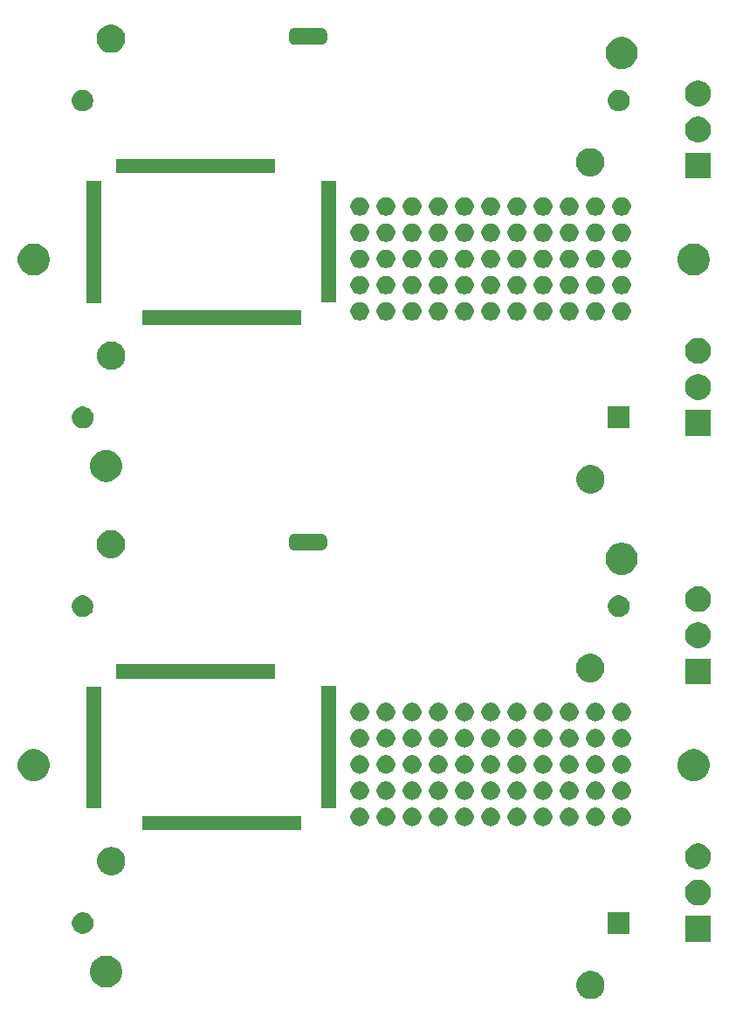
<source format=gbr>
G04 #@! TF.GenerationSoftware,KiCad,Pcbnew,5.1.5+dfsg1-2build2*
G04 #@! TF.CreationDate,2021-12-11T20:31:27-05:00*
G04 #@! TF.ProjectId,,58585858-5858-4585-9858-585858585858,rev?*
G04 #@! TF.SameCoordinates,Original*
G04 #@! TF.FileFunction,Soldermask,Bot*
G04 #@! TF.FilePolarity,Negative*
%FSLAX46Y46*%
G04 Gerber Fmt 4.6, Leading zero omitted, Abs format (unit mm)*
G04 Created by KiCad (PCBNEW 5.1.5+dfsg1-2build2) date 2021-12-11 20:31:27*
%MOMM*%
%LPD*%
G04 APERTURE LIST*
%ADD10C,0.100000*%
G04 APERTURE END LIST*
D10*
G36*
X166322924Y-139494597D02*
G01*
X166550106Y-139539786D01*
X166799612Y-139643135D01*
X167024162Y-139793175D01*
X167215125Y-139984138D01*
X167365165Y-140208688D01*
X167468514Y-140458194D01*
X167521200Y-140723068D01*
X167521200Y-140993132D01*
X167468514Y-141258006D01*
X167365165Y-141507512D01*
X167215125Y-141732062D01*
X167024162Y-141923025D01*
X166799612Y-142073065D01*
X166550106Y-142176414D01*
X166322924Y-142221603D01*
X166285233Y-142229100D01*
X166015167Y-142229100D01*
X165977476Y-142221603D01*
X165750294Y-142176414D01*
X165500788Y-142073065D01*
X165276238Y-141923025D01*
X165085275Y-141732062D01*
X164935235Y-141507512D01*
X164831886Y-141258006D01*
X164779200Y-140993132D01*
X164779200Y-140723068D01*
X164831886Y-140458194D01*
X164935235Y-140208688D01*
X165085275Y-139984138D01*
X165276238Y-139793175D01*
X165500788Y-139643135D01*
X165750294Y-139539786D01*
X165977476Y-139494597D01*
X166015167Y-139487100D01*
X166285233Y-139487100D01*
X166322924Y-139494597D01*
G37*
G36*
X119482785Y-138041902D02*
G01*
X119632610Y-138071704D01*
X119914874Y-138188621D01*
X120168905Y-138358359D01*
X120384941Y-138574395D01*
X120554679Y-138828426D01*
X120671596Y-139110690D01*
X120731200Y-139410340D01*
X120731200Y-139715860D01*
X120671596Y-140015510D01*
X120554679Y-140297774D01*
X120384941Y-140551805D01*
X120168905Y-140767841D01*
X119914874Y-140937579D01*
X119632610Y-141054496D01*
X119482785Y-141084298D01*
X119332961Y-141114100D01*
X119027439Y-141114100D01*
X118877615Y-141084298D01*
X118727790Y-141054496D01*
X118445526Y-140937579D01*
X118191495Y-140767841D01*
X117975459Y-140551805D01*
X117805721Y-140297774D01*
X117688804Y-140015510D01*
X117629200Y-139715860D01*
X117629200Y-139410340D01*
X117688804Y-139110690D01*
X117805721Y-138828426D01*
X117975459Y-138574395D01*
X118191495Y-138358359D01*
X118445526Y-138188621D01*
X118727790Y-138071704D01*
X118877615Y-138041902D01*
X119027439Y-138012100D01*
X119332961Y-138012100D01*
X119482785Y-138041902D01*
G37*
G36*
X177841200Y-136649100D02*
G01*
X175339200Y-136649100D01*
X175339200Y-134147100D01*
X177841200Y-134147100D01*
X177841200Y-136649100D01*
G37*
G36*
X169951200Y-135914100D02*
G01*
X167849200Y-135914100D01*
X167849200Y-133812100D01*
X169951200Y-133812100D01*
X169951200Y-135914100D01*
G37*
G36*
X117216764Y-133852489D02*
G01*
X117408033Y-133931715D01*
X117408035Y-133931716D01*
X117580173Y-134046735D01*
X117726565Y-134193127D01*
X117841585Y-134365267D01*
X117920811Y-134556536D01*
X117961200Y-134759584D01*
X117961200Y-134966616D01*
X117920811Y-135169664D01*
X117841585Y-135360933D01*
X117841584Y-135360935D01*
X117726565Y-135533073D01*
X117580173Y-135679465D01*
X117408035Y-135794484D01*
X117408034Y-135794485D01*
X117408033Y-135794485D01*
X117216764Y-135873711D01*
X117013716Y-135914100D01*
X116806684Y-135914100D01*
X116603636Y-135873711D01*
X116412367Y-135794485D01*
X116412366Y-135794485D01*
X116412365Y-135794484D01*
X116240227Y-135679465D01*
X116093835Y-135533073D01*
X115978816Y-135360935D01*
X115978815Y-135360933D01*
X115899589Y-135169664D01*
X115859200Y-134966616D01*
X115859200Y-134759584D01*
X115899589Y-134556536D01*
X115978815Y-134365267D01*
X116093835Y-134193127D01*
X116240227Y-134046735D01*
X116412365Y-133931716D01*
X116412367Y-133931715D01*
X116603636Y-133852489D01*
X116806684Y-133812100D01*
X117013716Y-133812100D01*
X117216764Y-133852489D01*
G37*
G36*
X176955103Y-130695175D02*
G01*
X177182771Y-130789478D01*
X177387666Y-130926385D01*
X177561915Y-131100634D01*
X177698822Y-131305529D01*
X177793125Y-131533197D01*
X177841200Y-131774887D01*
X177841200Y-132021313D01*
X177793125Y-132263003D01*
X177698822Y-132490671D01*
X177561915Y-132695566D01*
X177387666Y-132869815D01*
X177182771Y-133006722D01*
X177182770Y-133006723D01*
X177182769Y-133006723D01*
X176955103Y-133101025D01*
X176713414Y-133149100D01*
X176466986Y-133149100D01*
X176225297Y-133101025D01*
X175997631Y-133006723D01*
X175997630Y-133006723D01*
X175997629Y-133006722D01*
X175792734Y-132869815D01*
X175618485Y-132695566D01*
X175481578Y-132490671D01*
X175387275Y-132263003D01*
X175339200Y-132021313D01*
X175339200Y-131774887D01*
X175387275Y-131533197D01*
X175481578Y-131305529D01*
X175618485Y-131100634D01*
X175792734Y-130926385D01*
X175997629Y-130789478D01*
X176225297Y-130695175D01*
X176466986Y-130647100D01*
X176713414Y-130647100D01*
X176955103Y-130695175D01*
G37*
G36*
X119842924Y-127504597D02*
G01*
X120070106Y-127549786D01*
X120319612Y-127653135D01*
X120544162Y-127803175D01*
X120735125Y-127994138D01*
X120885165Y-128218688D01*
X120988514Y-128468194D01*
X121041200Y-128733068D01*
X121041200Y-129003132D01*
X120988514Y-129268006D01*
X120885165Y-129517512D01*
X120735125Y-129742062D01*
X120544162Y-129933025D01*
X120319612Y-130083065D01*
X120070106Y-130186414D01*
X119842924Y-130231603D01*
X119805233Y-130239100D01*
X119535167Y-130239100D01*
X119497476Y-130231603D01*
X119270294Y-130186414D01*
X119020788Y-130083065D01*
X118796238Y-129933025D01*
X118605275Y-129742062D01*
X118455235Y-129517512D01*
X118351886Y-129268006D01*
X118299200Y-129003132D01*
X118299200Y-128733068D01*
X118351886Y-128468194D01*
X118455235Y-128218688D01*
X118605275Y-127994138D01*
X118796238Y-127803175D01*
X119020788Y-127653135D01*
X119270294Y-127549786D01*
X119497476Y-127504597D01*
X119535167Y-127497100D01*
X119805233Y-127497100D01*
X119842924Y-127504597D01*
G37*
G36*
X176955103Y-127195175D02*
G01*
X177182771Y-127289478D01*
X177387666Y-127426385D01*
X177561915Y-127600634D01*
X177561916Y-127600636D01*
X177698823Y-127805531D01*
X177793125Y-128033197D01*
X177830022Y-128218688D01*
X177841200Y-128274887D01*
X177841200Y-128521313D01*
X177793125Y-128763003D01*
X177698822Y-128990671D01*
X177561915Y-129195566D01*
X177387666Y-129369815D01*
X177182771Y-129506722D01*
X177182770Y-129506723D01*
X177182769Y-129506723D01*
X176955103Y-129601025D01*
X176713414Y-129649100D01*
X176466986Y-129649100D01*
X176225297Y-129601025D01*
X175997631Y-129506723D01*
X175997630Y-129506723D01*
X175997629Y-129506722D01*
X175792734Y-129369815D01*
X175618485Y-129195566D01*
X175481578Y-128990671D01*
X175387275Y-128763003D01*
X175339200Y-128521313D01*
X175339200Y-128274887D01*
X175350379Y-128218688D01*
X175387275Y-128033197D01*
X175481577Y-127805531D01*
X175618484Y-127600636D01*
X175618485Y-127600634D01*
X175792734Y-127426385D01*
X175997629Y-127289478D01*
X176225297Y-127195175D01*
X176466986Y-127147100D01*
X176713414Y-127147100D01*
X176955103Y-127195175D01*
G37*
G36*
X138088600Y-125880400D02*
G01*
X122686600Y-125880400D01*
X122686600Y-124478400D01*
X138088600Y-124478400D01*
X138088600Y-125880400D01*
G37*
G36*
X159128712Y-123672027D02*
G01*
X159278012Y-123701724D01*
X159441984Y-123769644D01*
X159589554Y-123868247D01*
X159715053Y-123993746D01*
X159813656Y-124141316D01*
X159881576Y-124305288D01*
X159916200Y-124479359D01*
X159916200Y-124656841D01*
X159881576Y-124830912D01*
X159813656Y-124994884D01*
X159715053Y-125142454D01*
X159589554Y-125267953D01*
X159441984Y-125366556D01*
X159278012Y-125434476D01*
X159128712Y-125464173D01*
X159103942Y-125469100D01*
X158926458Y-125469100D01*
X158901688Y-125464173D01*
X158752388Y-125434476D01*
X158588416Y-125366556D01*
X158440846Y-125267953D01*
X158315347Y-125142454D01*
X158216744Y-124994884D01*
X158148824Y-124830912D01*
X158114200Y-124656841D01*
X158114200Y-124479359D01*
X158148824Y-124305288D01*
X158216744Y-124141316D01*
X158315347Y-123993746D01*
X158440846Y-123868247D01*
X158588416Y-123769644D01*
X158752388Y-123701724D01*
X158901688Y-123672027D01*
X158926458Y-123667100D01*
X159103942Y-123667100D01*
X159128712Y-123672027D01*
G37*
G36*
X143888712Y-123672027D02*
G01*
X144038012Y-123701724D01*
X144201984Y-123769644D01*
X144349554Y-123868247D01*
X144475053Y-123993746D01*
X144573656Y-124141316D01*
X144641576Y-124305288D01*
X144676200Y-124479359D01*
X144676200Y-124656841D01*
X144641576Y-124830912D01*
X144573656Y-124994884D01*
X144475053Y-125142454D01*
X144349554Y-125267953D01*
X144201984Y-125366556D01*
X144038012Y-125434476D01*
X143888712Y-125464173D01*
X143863942Y-125469100D01*
X143686458Y-125469100D01*
X143661688Y-125464173D01*
X143512388Y-125434476D01*
X143348416Y-125366556D01*
X143200846Y-125267953D01*
X143075347Y-125142454D01*
X142976744Y-124994884D01*
X142908824Y-124830912D01*
X142874200Y-124656841D01*
X142874200Y-124479359D01*
X142908824Y-124305288D01*
X142976744Y-124141316D01*
X143075347Y-123993746D01*
X143200846Y-123868247D01*
X143348416Y-123769644D01*
X143512388Y-123701724D01*
X143661688Y-123672027D01*
X143686458Y-123667100D01*
X143863942Y-123667100D01*
X143888712Y-123672027D01*
G37*
G36*
X148968712Y-123672027D02*
G01*
X149118012Y-123701724D01*
X149281984Y-123769644D01*
X149429554Y-123868247D01*
X149555053Y-123993746D01*
X149653656Y-124141316D01*
X149721576Y-124305288D01*
X149756200Y-124479359D01*
X149756200Y-124656841D01*
X149721576Y-124830912D01*
X149653656Y-124994884D01*
X149555053Y-125142454D01*
X149429554Y-125267953D01*
X149281984Y-125366556D01*
X149118012Y-125434476D01*
X148968712Y-125464173D01*
X148943942Y-125469100D01*
X148766458Y-125469100D01*
X148741688Y-125464173D01*
X148592388Y-125434476D01*
X148428416Y-125366556D01*
X148280846Y-125267953D01*
X148155347Y-125142454D01*
X148056744Y-124994884D01*
X147988824Y-124830912D01*
X147954200Y-124656841D01*
X147954200Y-124479359D01*
X147988824Y-124305288D01*
X148056744Y-124141316D01*
X148155347Y-123993746D01*
X148280846Y-123868247D01*
X148428416Y-123769644D01*
X148592388Y-123701724D01*
X148741688Y-123672027D01*
X148766458Y-123667100D01*
X148943942Y-123667100D01*
X148968712Y-123672027D01*
G37*
G36*
X169288712Y-123672027D02*
G01*
X169438012Y-123701724D01*
X169601984Y-123769644D01*
X169749554Y-123868247D01*
X169875053Y-123993746D01*
X169973656Y-124141316D01*
X170041576Y-124305288D01*
X170076200Y-124479359D01*
X170076200Y-124656841D01*
X170041576Y-124830912D01*
X169973656Y-124994884D01*
X169875053Y-125142454D01*
X169749554Y-125267953D01*
X169601984Y-125366556D01*
X169438012Y-125434476D01*
X169288712Y-125464173D01*
X169263942Y-125469100D01*
X169086458Y-125469100D01*
X169061688Y-125464173D01*
X168912388Y-125434476D01*
X168748416Y-125366556D01*
X168600846Y-125267953D01*
X168475347Y-125142454D01*
X168376744Y-124994884D01*
X168308824Y-124830912D01*
X168274200Y-124656841D01*
X168274200Y-124479359D01*
X168308824Y-124305288D01*
X168376744Y-124141316D01*
X168475347Y-123993746D01*
X168600846Y-123868247D01*
X168748416Y-123769644D01*
X168912388Y-123701724D01*
X169061688Y-123672027D01*
X169086458Y-123667100D01*
X169263942Y-123667100D01*
X169288712Y-123672027D01*
G37*
G36*
X166748712Y-123672027D02*
G01*
X166898012Y-123701724D01*
X167061984Y-123769644D01*
X167209554Y-123868247D01*
X167335053Y-123993746D01*
X167433656Y-124141316D01*
X167501576Y-124305288D01*
X167536200Y-124479359D01*
X167536200Y-124656841D01*
X167501576Y-124830912D01*
X167433656Y-124994884D01*
X167335053Y-125142454D01*
X167209554Y-125267953D01*
X167061984Y-125366556D01*
X166898012Y-125434476D01*
X166748712Y-125464173D01*
X166723942Y-125469100D01*
X166546458Y-125469100D01*
X166521688Y-125464173D01*
X166372388Y-125434476D01*
X166208416Y-125366556D01*
X166060846Y-125267953D01*
X165935347Y-125142454D01*
X165836744Y-124994884D01*
X165768824Y-124830912D01*
X165734200Y-124656841D01*
X165734200Y-124479359D01*
X165768824Y-124305288D01*
X165836744Y-124141316D01*
X165935347Y-123993746D01*
X166060846Y-123868247D01*
X166208416Y-123769644D01*
X166372388Y-123701724D01*
X166521688Y-123672027D01*
X166546458Y-123667100D01*
X166723942Y-123667100D01*
X166748712Y-123672027D01*
G37*
G36*
X151508712Y-123672027D02*
G01*
X151658012Y-123701724D01*
X151821984Y-123769644D01*
X151969554Y-123868247D01*
X152095053Y-123993746D01*
X152193656Y-124141316D01*
X152261576Y-124305288D01*
X152296200Y-124479359D01*
X152296200Y-124656841D01*
X152261576Y-124830912D01*
X152193656Y-124994884D01*
X152095053Y-125142454D01*
X151969554Y-125267953D01*
X151821984Y-125366556D01*
X151658012Y-125434476D01*
X151508712Y-125464173D01*
X151483942Y-125469100D01*
X151306458Y-125469100D01*
X151281688Y-125464173D01*
X151132388Y-125434476D01*
X150968416Y-125366556D01*
X150820846Y-125267953D01*
X150695347Y-125142454D01*
X150596744Y-124994884D01*
X150528824Y-124830912D01*
X150494200Y-124656841D01*
X150494200Y-124479359D01*
X150528824Y-124305288D01*
X150596744Y-124141316D01*
X150695347Y-123993746D01*
X150820846Y-123868247D01*
X150968416Y-123769644D01*
X151132388Y-123701724D01*
X151281688Y-123672027D01*
X151306458Y-123667100D01*
X151483942Y-123667100D01*
X151508712Y-123672027D01*
G37*
G36*
X161668712Y-123672027D02*
G01*
X161818012Y-123701724D01*
X161981984Y-123769644D01*
X162129554Y-123868247D01*
X162255053Y-123993746D01*
X162353656Y-124141316D01*
X162421576Y-124305288D01*
X162456200Y-124479359D01*
X162456200Y-124656841D01*
X162421576Y-124830912D01*
X162353656Y-124994884D01*
X162255053Y-125142454D01*
X162129554Y-125267953D01*
X161981984Y-125366556D01*
X161818012Y-125434476D01*
X161668712Y-125464173D01*
X161643942Y-125469100D01*
X161466458Y-125469100D01*
X161441688Y-125464173D01*
X161292388Y-125434476D01*
X161128416Y-125366556D01*
X160980846Y-125267953D01*
X160855347Y-125142454D01*
X160756744Y-124994884D01*
X160688824Y-124830912D01*
X160654200Y-124656841D01*
X160654200Y-124479359D01*
X160688824Y-124305288D01*
X160756744Y-124141316D01*
X160855347Y-123993746D01*
X160980846Y-123868247D01*
X161128416Y-123769644D01*
X161292388Y-123701724D01*
X161441688Y-123672027D01*
X161466458Y-123667100D01*
X161643942Y-123667100D01*
X161668712Y-123672027D01*
G37*
G36*
X146428712Y-123672027D02*
G01*
X146578012Y-123701724D01*
X146741984Y-123769644D01*
X146889554Y-123868247D01*
X147015053Y-123993746D01*
X147113656Y-124141316D01*
X147181576Y-124305288D01*
X147216200Y-124479359D01*
X147216200Y-124656841D01*
X147181576Y-124830912D01*
X147113656Y-124994884D01*
X147015053Y-125142454D01*
X146889554Y-125267953D01*
X146741984Y-125366556D01*
X146578012Y-125434476D01*
X146428712Y-125464173D01*
X146403942Y-125469100D01*
X146226458Y-125469100D01*
X146201688Y-125464173D01*
X146052388Y-125434476D01*
X145888416Y-125366556D01*
X145740846Y-125267953D01*
X145615347Y-125142454D01*
X145516744Y-124994884D01*
X145448824Y-124830912D01*
X145414200Y-124656841D01*
X145414200Y-124479359D01*
X145448824Y-124305288D01*
X145516744Y-124141316D01*
X145615347Y-123993746D01*
X145740846Y-123868247D01*
X145888416Y-123769644D01*
X146052388Y-123701724D01*
X146201688Y-123672027D01*
X146226458Y-123667100D01*
X146403942Y-123667100D01*
X146428712Y-123672027D01*
G37*
G36*
X164208712Y-123672027D02*
G01*
X164358012Y-123701724D01*
X164521984Y-123769644D01*
X164669554Y-123868247D01*
X164795053Y-123993746D01*
X164893656Y-124141316D01*
X164961576Y-124305288D01*
X164996200Y-124479359D01*
X164996200Y-124656841D01*
X164961576Y-124830912D01*
X164893656Y-124994884D01*
X164795053Y-125142454D01*
X164669554Y-125267953D01*
X164521984Y-125366556D01*
X164358012Y-125434476D01*
X164208712Y-125464173D01*
X164183942Y-125469100D01*
X164006458Y-125469100D01*
X163981688Y-125464173D01*
X163832388Y-125434476D01*
X163668416Y-125366556D01*
X163520846Y-125267953D01*
X163395347Y-125142454D01*
X163296744Y-124994884D01*
X163228824Y-124830912D01*
X163194200Y-124656841D01*
X163194200Y-124479359D01*
X163228824Y-124305288D01*
X163296744Y-124141316D01*
X163395347Y-123993746D01*
X163520846Y-123868247D01*
X163668416Y-123769644D01*
X163832388Y-123701724D01*
X163981688Y-123672027D01*
X164006458Y-123667100D01*
X164183942Y-123667100D01*
X164208712Y-123672027D01*
G37*
G36*
X154048712Y-123672027D02*
G01*
X154198012Y-123701724D01*
X154361984Y-123769644D01*
X154509554Y-123868247D01*
X154635053Y-123993746D01*
X154733656Y-124141316D01*
X154801576Y-124305288D01*
X154836200Y-124479359D01*
X154836200Y-124656841D01*
X154801576Y-124830912D01*
X154733656Y-124994884D01*
X154635053Y-125142454D01*
X154509554Y-125267953D01*
X154361984Y-125366556D01*
X154198012Y-125434476D01*
X154048712Y-125464173D01*
X154023942Y-125469100D01*
X153846458Y-125469100D01*
X153821688Y-125464173D01*
X153672388Y-125434476D01*
X153508416Y-125366556D01*
X153360846Y-125267953D01*
X153235347Y-125142454D01*
X153136744Y-124994884D01*
X153068824Y-124830912D01*
X153034200Y-124656841D01*
X153034200Y-124479359D01*
X153068824Y-124305288D01*
X153136744Y-124141316D01*
X153235347Y-123993746D01*
X153360846Y-123868247D01*
X153508416Y-123769644D01*
X153672388Y-123701724D01*
X153821688Y-123672027D01*
X153846458Y-123667100D01*
X154023942Y-123667100D01*
X154048712Y-123672027D01*
G37*
G36*
X156588712Y-123672027D02*
G01*
X156738012Y-123701724D01*
X156901984Y-123769644D01*
X157049554Y-123868247D01*
X157175053Y-123993746D01*
X157273656Y-124141316D01*
X157341576Y-124305288D01*
X157376200Y-124479359D01*
X157376200Y-124656841D01*
X157341576Y-124830912D01*
X157273656Y-124994884D01*
X157175053Y-125142454D01*
X157049554Y-125267953D01*
X156901984Y-125366556D01*
X156738012Y-125434476D01*
X156588712Y-125464173D01*
X156563942Y-125469100D01*
X156386458Y-125469100D01*
X156361688Y-125464173D01*
X156212388Y-125434476D01*
X156048416Y-125366556D01*
X155900846Y-125267953D01*
X155775347Y-125142454D01*
X155676744Y-124994884D01*
X155608824Y-124830912D01*
X155574200Y-124656841D01*
X155574200Y-124479359D01*
X155608824Y-124305288D01*
X155676744Y-124141316D01*
X155775347Y-123993746D01*
X155900846Y-123868247D01*
X156048416Y-123769644D01*
X156212388Y-123701724D01*
X156361688Y-123672027D01*
X156386458Y-123667100D01*
X156563942Y-123667100D01*
X156588712Y-123672027D01*
G37*
G36*
X118718600Y-123770400D02*
G01*
X117316600Y-123770400D01*
X117316600Y-111968400D01*
X118718600Y-111968400D01*
X118718600Y-123770400D01*
G37*
G36*
X141458600Y-123710400D02*
G01*
X140056600Y-123710400D01*
X140056600Y-111908400D01*
X141458600Y-111908400D01*
X141458600Y-123710400D01*
G37*
G36*
X164208712Y-121132027D02*
G01*
X164358012Y-121161724D01*
X164521984Y-121229644D01*
X164669554Y-121328247D01*
X164795053Y-121453746D01*
X164893656Y-121601316D01*
X164961576Y-121765288D01*
X164996200Y-121939359D01*
X164996200Y-122116841D01*
X164961576Y-122290912D01*
X164893656Y-122454884D01*
X164795053Y-122602454D01*
X164669554Y-122727953D01*
X164521984Y-122826556D01*
X164358012Y-122894476D01*
X164208712Y-122924173D01*
X164183942Y-122929100D01*
X164006458Y-122929100D01*
X163981688Y-122924173D01*
X163832388Y-122894476D01*
X163668416Y-122826556D01*
X163520846Y-122727953D01*
X163395347Y-122602454D01*
X163296744Y-122454884D01*
X163228824Y-122290912D01*
X163194200Y-122116841D01*
X163194200Y-121939359D01*
X163228824Y-121765288D01*
X163296744Y-121601316D01*
X163395347Y-121453746D01*
X163520846Y-121328247D01*
X163668416Y-121229644D01*
X163832388Y-121161724D01*
X163981688Y-121132027D01*
X164006458Y-121127100D01*
X164183942Y-121127100D01*
X164208712Y-121132027D01*
G37*
G36*
X148968712Y-121132027D02*
G01*
X149118012Y-121161724D01*
X149281984Y-121229644D01*
X149429554Y-121328247D01*
X149555053Y-121453746D01*
X149653656Y-121601316D01*
X149721576Y-121765288D01*
X149756200Y-121939359D01*
X149756200Y-122116841D01*
X149721576Y-122290912D01*
X149653656Y-122454884D01*
X149555053Y-122602454D01*
X149429554Y-122727953D01*
X149281984Y-122826556D01*
X149118012Y-122894476D01*
X148968712Y-122924173D01*
X148943942Y-122929100D01*
X148766458Y-122929100D01*
X148741688Y-122924173D01*
X148592388Y-122894476D01*
X148428416Y-122826556D01*
X148280846Y-122727953D01*
X148155347Y-122602454D01*
X148056744Y-122454884D01*
X147988824Y-122290912D01*
X147954200Y-122116841D01*
X147954200Y-121939359D01*
X147988824Y-121765288D01*
X148056744Y-121601316D01*
X148155347Y-121453746D01*
X148280846Y-121328247D01*
X148428416Y-121229644D01*
X148592388Y-121161724D01*
X148741688Y-121132027D01*
X148766458Y-121127100D01*
X148943942Y-121127100D01*
X148968712Y-121132027D01*
G37*
G36*
X156588712Y-121132027D02*
G01*
X156738012Y-121161724D01*
X156901984Y-121229644D01*
X157049554Y-121328247D01*
X157175053Y-121453746D01*
X157273656Y-121601316D01*
X157341576Y-121765288D01*
X157376200Y-121939359D01*
X157376200Y-122116841D01*
X157341576Y-122290912D01*
X157273656Y-122454884D01*
X157175053Y-122602454D01*
X157049554Y-122727953D01*
X156901984Y-122826556D01*
X156738012Y-122894476D01*
X156588712Y-122924173D01*
X156563942Y-122929100D01*
X156386458Y-122929100D01*
X156361688Y-122924173D01*
X156212388Y-122894476D01*
X156048416Y-122826556D01*
X155900846Y-122727953D01*
X155775347Y-122602454D01*
X155676744Y-122454884D01*
X155608824Y-122290912D01*
X155574200Y-122116841D01*
X155574200Y-121939359D01*
X155608824Y-121765288D01*
X155676744Y-121601316D01*
X155775347Y-121453746D01*
X155900846Y-121328247D01*
X156048416Y-121229644D01*
X156212388Y-121161724D01*
X156361688Y-121132027D01*
X156386458Y-121127100D01*
X156563942Y-121127100D01*
X156588712Y-121132027D01*
G37*
G36*
X161668712Y-121132027D02*
G01*
X161818012Y-121161724D01*
X161981984Y-121229644D01*
X162129554Y-121328247D01*
X162255053Y-121453746D01*
X162353656Y-121601316D01*
X162421576Y-121765288D01*
X162456200Y-121939359D01*
X162456200Y-122116841D01*
X162421576Y-122290912D01*
X162353656Y-122454884D01*
X162255053Y-122602454D01*
X162129554Y-122727953D01*
X161981984Y-122826556D01*
X161818012Y-122894476D01*
X161668712Y-122924173D01*
X161643942Y-122929100D01*
X161466458Y-122929100D01*
X161441688Y-122924173D01*
X161292388Y-122894476D01*
X161128416Y-122826556D01*
X160980846Y-122727953D01*
X160855347Y-122602454D01*
X160756744Y-122454884D01*
X160688824Y-122290912D01*
X160654200Y-122116841D01*
X160654200Y-121939359D01*
X160688824Y-121765288D01*
X160756744Y-121601316D01*
X160855347Y-121453746D01*
X160980846Y-121328247D01*
X161128416Y-121229644D01*
X161292388Y-121161724D01*
X161441688Y-121132027D01*
X161466458Y-121127100D01*
X161643942Y-121127100D01*
X161668712Y-121132027D01*
G37*
G36*
X143888712Y-121132027D02*
G01*
X144038012Y-121161724D01*
X144201984Y-121229644D01*
X144349554Y-121328247D01*
X144475053Y-121453746D01*
X144573656Y-121601316D01*
X144641576Y-121765288D01*
X144676200Y-121939359D01*
X144676200Y-122116841D01*
X144641576Y-122290912D01*
X144573656Y-122454884D01*
X144475053Y-122602454D01*
X144349554Y-122727953D01*
X144201984Y-122826556D01*
X144038012Y-122894476D01*
X143888712Y-122924173D01*
X143863942Y-122929100D01*
X143686458Y-122929100D01*
X143661688Y-122924173D01*
X143512388Y-122894476D01*
X143348416Y-122826556D01*
X143200846Y-122727953D01*
X143075347Y-122602454D01*
X142976744Y-122454884D01*
X142908824Y-122290912D01*
X142874200Y-122116841D01*
X142874200Y-121939359D01*
X142908824Y-121765288D01*
X142976744Y-121601316D01*
X143075347Y-121453746D01*
X143200846Y-121328247D01*
X143348416Y-121229644D01*
X143512388Y-121161724D01*
X143661688Y-121132027D01*
X143686458Y-121127100D01*
X143863942Y-121127100D01*
X143888712Y-121132027D01*
G37*
G36*
X166748712Y-121132027D02*
G01*
X166898012Y-121161724D01*
X167061984Y-121229644D01*
X167209554Y-121328247D01*
X167335053Y-121453746D01*
X167433656Y-121601316D01*
X167501576Y-121765288D01*
X167536200Y-121939359D01*
X167536200Y-122116841D01*
X167501576Y-122290912D01*
X167433656Y-122454884D01*
X167335053Y-122602454D01*
X167209554Y-122727953D01*
X167061984Y-122826556D01*
X166898012Y-122894476D01*
X166748712Y-122924173D01*
X166723942Y-122929100D01*
X166546458Y-122929100D01*
X166521688Y-122924173D01*
X166372388Y-122894476D01*
X166208416Y-122826556D01*
X166060846Y-122727953D01*
X165935347Y-122602454D01*
X165836744Y-122454884D01*
X165768824Y-122290912D01*
X165734200Y-122116841D01*
X165734200Y-121939359D01*
X165768824Y-121765288D01*
X165836744Y-121601316D01*
X165935347Y-121453746D01*
X166060846Y-121328247D01*
X166208416Y-121229644D01*
X166372388Y-121161724D01*
X166521688Y-121132027D01*
X166546458Y-121127100D01*
X166723942Y-121127100D01*
X166748712Y-121132027D01*
G37*
G36*
X169288712Y-121132027D02*
G01*
X169438012Y-121161724D01*
X169601984Y-121229644D01*
X169749554Y-121328247D01*
X169875053Y-121453746D01*
X169973656Y-121601316D01*
X170041576Y-121765288D01*
X170076200Y-121939359D01*
X170076200Y-122116841D01*
X170041576Y-122290912D01*
X169973656Y-122454884D01*
X169875053Y-122602454D01*
X169749554Y-122727953D01*
X169601984Y-122826556D01*
X169438012Y-122894476D01*
X169288712Y-122924173D01*
X169263942Y-122929100D01*
X169086458Y-122929100D01*
X169061688Y-122924173D01*
X168912388Y-122894476D01*
X168748416Y-122826556D01*
X168600846Y-122727953D01*
X168475347Y-122602454D01*
X168376744Y-122454884D01*
X168308824Y-122290912D01*
X168274200Y-122116841D01*
X168274200Y-121939359D01*
X168308824Y-121765288D01*
X168376744Y-121601316D01*
X168475347Y-121453746D01*
X168600846Y-121328247D01*
X168748416Y-121229644D01*
X168912388Y-121161724D01*
X169061688Y-121132027D01*
X169086458Y-121127100D01*
X169263942Y-121127100D01*
X169288712Y-121132027D01*
G37*
G36*
X154048712Y-121132027D02*
G01*
X154198012Y-121161724D01*
X154361984Y-121229644D01*
X154509554Y-121328247D01*
X154635053Y-121453746D01*
X154733656Y-121601316D01*
X154801576Y-121765288D01*
X154836200Y-121939359D01*
X154836200Y-122116841D01*
X154801576Y-122290912D01*
X154733656Y-122454884D01*
X154635053Y-122602454D01*
X154509554Y-122727953D01*
X154361984Y-122826556D01*
X154198012Y-122894476D01*
X154048712Y-122924173D01*
X154023942Y-122929100D01*
X153846458Y-122929100D01*
X153821688Y-122924173D01*
X153672388Y-122894476D01*
X153508416Y-122826556D01*
X153360846Y-122727953D01*
X153235347Y-122602454D01*
X153136744Y-122454884D01*
X153068824Y-122290912D01*
X153034200Y-122116841D01*
X153034200Y-121939359D01*
X153068824Y-121765288D01*
X153136744Y-121601316D01*
X153235347Y-121453746D01*
X153360846Y-121328247D01*
X153508416Y-121229644D01*
X153672388Y-121161724D01*
X153821688Y-121132027D01*
X153846458Y-121127100D01*
X154023942Y-121127100D01*
X154048712Y-121132027D01*
G37*
G36*
X146428712Y-121132027D02*
G01*
X146578012Y-121161724D01*
X146741984Y-121229644D01*
X146889554Y-121328247D01*
X147015053Y-121453746D01*
X147113656Y-121601316D01*
X147181576Y-121765288D01*
X147216200Y-121939359D01*
X147216200Y-122116841D01*
X147181576Y-122290912D01*
X147113656Y-122454884D01*
X147015053Y-122602454D01*
X146889554Y-122727953D01*
X146741984Y-122826556D01*
X146578012Y-122894476D01*
X146428712Y-122924173D01*
X146403942Y-122929100D01*
X146226458Y-122929100D01*
X146201688Y-122924173D01*
X146052388Y-122894476D01*
X145888416Y-122826556D01*
X145740846Y-122727953D01*
X145615347Y-122602454D01*
X145516744Y-122454884D01*
X145448824Y-122290912D01*
X145414200Y-122116841D01*
X145414200Y-121939359D01*
X145448824Y-121765288D01*
X145516744Y-121601316D01*
X145615347Y-121453746D01*
X145740846Y-121328247D01*
X145888416Y-121229644D01*
X146052388Y-121161724D01*
X146201688Y-121132027D01*
X146226458Y-121127100D01*
X146403942Y-121127100D01*
X146428712Y-121132027D01*
G37*
G36*
X151508712Y-121132027D02*
G01*
X151658012Y-121161724D01*
X151821984Y-121229644D01*
X151969554Y-121328247D01*
X152095053Y-121453746D01*
X152193656Y-121601316D01*
X152261576Y-121765288D01*
X152296200Y-121939359D01*
X152296200Y-122116841D01*
X152261576Y-122290912D01*
X152193656Y-122454884D01*
X152095053Y-122602454D01*
X151969554Y-122727953D01*
X151821984Y-122826556D01*
X151658012Y-122894476D01*
X151508712Y-122924173D01*
X151483942Y-122929100D01*
X151306458Y-122929100D01*
X151281688Y-122924173D01*
X151132388Y-122894476D01*
X150968416Y-122826556D01*
X150820846Y-122727953D01*
X150695347Y-122602454D01*
X150596744Y-122454884D01*
X150528824Y-122290912D01*
X150494200Y-122116841D01*
X150494200Y-121939359D01*
X150528824Y-121765288D01*
X150596744Y-121601316D01*
X150695347Y-121453746D01*
X150820846Y-121328247D01*
X150968416Y-121229644D01*
X151132388Y-121161724D01*
X151281688Y-121132027D01*
X151306458Y-121127100D01*
X151483942Y-121127100D01*
X151508712Y-121132027D01*
G37*
G36*
X159128712Y-121132027D02*
G01*
X159278012Y-121161724D01*
X159441984Y-121229644D01*
X159589554Y-121328247D01*
X159715053Y-121453746D01*
X159813656Y-121601316D01*
X159881576Y-121765288D01*
X159916200Y-121939359D01*
X159916200Y-122116841D01*
X159881576Y-122290912D01*
X159813656Y-122454884D01*
X159715053Y-122602454D01*
X159589554Y-122727953D01*
X159441984Y-122826556D01*
X159278012Y-122894476D01*
X159128712Y-122924173D01*
X159103942Y-122929100D01*
X158926458Y-122929100D01*
X158901688Y-122924173D01*
X158752388Y-122894476D01*
X158588416Y-122826556D01*
X158440846Y-122727953D01*
X158315347Y-122602454D01*
X158216744Y-122454884D01*
X158148824Y-122290912D01*
X158114200Y-122116841D01*
X158114200Y-121939359D01*
X158148824Y-121765288D01*
X158216744Y-121601316D01*
X158315347Y-121453746D01*
X158440846Y-121328247D01*
X158588416Y-121229644D01*
X158752388Y-121161724D01*
X158901688Y-121132027D01*
X158926458Y-121127100D01*
X159103942Y-121127100D01*
X159128712Y-121132027D01*
G37*
G36*
X176482785Y-118041902D02*
G01*
X176632610Y-118071704D01*
X176914874Y-118188621D01*
X177168905Y-118358359D01*
X177384941Y-118574395D01*
X177554679Y-118828426D01*
X177671596Y-119110690D01*
X177731200Y-119410340D01*
X177731200Y-119715860D01*
X177671596Y-120015510D01*
X177554679Y-120297774D01*
X177384941Y-120551805D01*
X177168905Y-120767841D01*
X176914874Y-120937579D01*
X176632610Y-121054496D01*
X176482785Y-121084298D01*
X176332961Y-121114100D01*
X176027439Y-121114100D01*
X175877615Y-121084298D01*
X175727790Y-121054496D01*
X175445526Y-120937579D01*
X175191495Y-120767841D01*
X174975459Y-120551805D01*
X174805721Y-120297774D01*
X174688804Y-120015510D01*
X174629200Y-119715860D01*
X174629200Y-119410340D01*
X174688804Y-119110690D01*
X174805721Y-118828426D01*
X174975459Y-118574395D01*
X175191495Y-118358359D01*
X175445526Y-118188621D01*
X175727790Y-118071704D01*
X175877615Y-118041902D01*
X176027439Y-118012100D01*
X176332961Y-118012100D01*
X176482785Y-118041902D01*
G37*
G36*
X112482785Y-118041902D02*
G01*
X112632610Y-118071704D01*
X112914874Y-118188621D01*
X113168905Y-118358359D01*
X113384941Y-118574395D01*
X113554679Y-118828426D01*
X113671596Y-119110690D01*
X113731200Y-119410340D01*
X113731200Y-119715860D01*
X113671596Y-120015510D01*
X113554679Y-120297774D01*
X113384941Y-120551805D01*
X113168905Y-120767841D01*
X112914874Y-120937579D01*
X112632610Y-121054496D01*
X112482785Y-121084298D01*
X112332961Y-121114100D01*
X112027439Y-121114100D01*
X111877615Y-121084298D01*
X111727790Y-121054496D01*
X111445526Y-120937579D01*
X111191495Y-120767841D01*
X110975459Y-120551805D01*
X110805721Y-120297774D01*
X110688804Y-120015510D01*
X110629200Y-119715860D01*
X110629200Y-119410340D01*
X110688804Y-119110690D01*
X110805721Y-118828426D01*
X110975459Y-118574395D01*
X111191495Y-118358359D01*
X111445526Y-118188621D01*
X111727790Y-118071704D01*
X111877615Y-118041902D01*
X112027439Y-118012100D01*
X112332961Y-118012100D01*
X112482785Y-118041902D01*
G37*
G36*
X146428712Y-118592027D02*
G01*
X146578012Y-118621724D01*
X146741984Y-118689644D01*
X146889554Y-118788247D01*
X147015053Y-118913746D01*
X147113656Y-119061316D01*
X147181576Y-119225288D01*
X147216200Y-119399359D01*
X147216200Y-119576841D01*
X147181576Y-119750912D01*
X147113656Y-119914884D01*
X147015053Y-120062454D01*
X146889554Y-120187953D01*
X146741984Y-120286556D01*
X146578012Y-120354476D01*
X146428712Y-120384173D01*
X146403942Y-120389100D01*
X146226458Y-120389100D01*
X146201688Y-120384173D01*
X146052388Y-120354476D01*
X145888416Y-120286556D01*
X145740846Y-120187953D01*
X145615347Y-120062454D01*
X145516744Y-119914884D01*
X145448824Y-119750912D01*
X145414200Y-119576841D01*
X145414200Y-119399359D01*
X145448824Y-119225288D01*
X145516744Y-119061316D01*
X145615347Y-118913746D01*
X145740846Y-118788247D01*
X145888416Y-118689644D01*
X146052388Y-118621724D01*
X146201688Y-118592027D01*
X146226458Y-118587100D01*
X146403942Y-118587100D01*
X146428712Y-118592027D01*
G37*
G36*
X151508712Y-118592027D02*
G01*
X151658012Y-118621724D01*
X151821984Y-118689644D01*
X151969554Y-118788247D01*
X152095053Y-118913746D01*
X152193656Y-119061316D01*
X152261576Y-119225288D01*
X152296200Y-119399359D01*
X152296200Y-119576841D01*
X152261576Y-119750912D01*
X152193656Y-119914884D01*
X152095053Y-120062454D01*
X151969554Y-120187953D01*
X151821984Y-120286556D01*
X151658012Y-120354476D01*
X151508712Y-120384173D01*
X151483942Y-120389100D01*
X151306458Y-120389100D01*
X151281688Y-120384173D01*
X151132388Y-120354476D01*
X150968416Y-120286556D01*
X150820846Y-120187953D01*
X150695347Y-120062454D01*
X150596744Y-119914884D01*
X150528824Y-119750912D01*
X150494200Y-119576841D01*
X150494200Y-119399359D01*
X150528824Y-119225288D01*
X150596744Y-119061316D01*
X150695347Y-118913746D01*
X150820846Y-118788247D01*
X150968416Y-118689644D01*
X151132388Y-118621724D01*
X151281688Y-118592027D01*
X151306458Y-118587100D01*
X151483942Y-118587100D01*
X151508712Y-118592027D01*
G37*
G36*
X143888712Y-118592027D02*
G01*
X144038012Y-118621724D01*
X144201984Y-118689644D01*
X144349554Y-118788247D01*
X144475053Y-118913746D01*
X144573656Y-119061316D01*
X144641576Y-119225288D01*
X144676200Y-119399359D01*
X144676200Y-119576841D01*
X144641576Y-119750912D01*
X144573656Y-119914884D01*
X144475053Y-120062454D01*
X144349554Y-120187953D01*
X144201984Y-120286556D01*
X144038012Y-120354476D01*
X143888712Y-120384173D01*
X143863942Y-120389100D01*
X143686458Y-120389100D01*
X143661688Y-120384173D01*
X143512388Y-120354476D01*
X143348416Y-120286556D01*
X143200846Y-120187953D01*
X143075347Y-120062454D01*
X142976744Y-119914884D01*
X142908824Y-119750912D01*
X142874200Y-119576841D01*
X142874200Y-119399359D01*
X142908824Y-119225288D01*
X142976744Y-119061316D01*
X143075347Y-118913746D01*
X143200846Y-118788247D01*
X143348416Y-118689644D01*
X143512388Y-118621724D01*
X143661688Y-118592027D01*
X143686458Y-118587100D01*
X143863942Y-118587100D01*
X143888712Y-118592027D01*
G37*
G36*
X169288712Y-118592027D02*
G01*
X169438012Y-118621724D01*
X169601984Y-118689644D01*
X169749554Y-118788247D01*
X169875053Y-118913746D01*
X169973656Y-119061316D01*
X170041576Y-119225288D01*
X170076200Y-119399359D01*
X170076200Y-119576841D01*
X170041576Y-119750912D01*
X169973656Y-119914884D01*
X169875053Y-120062454D01*
X169749554Y-120187953D01*
X169601984Y-120286556D01*
X169438012Y-120354476D01*
X169288712Y-120384173D01*
X169263942Y-120389100D01*
X169086458Y-120389100D01*
X169061688Y-120384173D01*
X168912388Y-120354476D01*
X168748416Y-120286556D01*
X168600846Y-120187953D01*
X168475347Y-120062454D01*
X168376744Y-119914884D01*
X168308824Y-119750912D01*
X168274200Y-119576841D01*
X168274200Y-119399359D01*
X168308824Y-119225288D01*
X168376744Y-119061316D01*
X168475347Y-118913746D01*
X168600846Y-118788247D01*
X168748416Y-118689644D01*
X168912388Y-118621724D01*
X169061688Y-118592027D01*
X169086458Y-118587100D01*
X169263942Y-118587100D01*
X169288712Y-118592027D01*
G37*
G36*
X148968712Y-118592027D02*
G01*
X149118012Y-118621724D01*
X149281984Y-118689644D01*
X149429554Y-118788247D01*
X149555053Y-118913746D01*
X149653656Y-119061316D01*
X149721576Y-119225288D01*
X149756200Y-119399359D01*
X149756200Y-119576841D01*
X149721576Y-119750912D01*
X149653656Y-119914884D01*
X149555053Y-120062454D01*
X149429554Y-120187953D01*
X149281984Y-120286556D01*
X149118012Y-120354476D01*
X148968712Y-120384173D01*
X148943942Y-120389100D01*
X148766458Y-120389100D01*
X148741688Y-120384173D01*
X148592388Y-120354476D01*
X148428416Y-120286556D01*
X148280846Y-120187953D01*
X148155347Y-120062454D01*
X148056744Y-119914884D01*
X147988824Y-119750912D01*
X147954200Y-119576841D01*
X147954200Y-119399359D01*
X147988824Y-119225288D01*
X148056744Y-119061316D01*
X148155347Y-118913746D01*
X148280846Y-118788247D01*
X148428416Y-118689644D01*
X148592388Y-118621724D01*
X148741688Y-118592027D01*
X148766458Y-118587100D01*
X148943942Y-118587100D01*
X148968712Y-118592027D01*
G37*
G36*
X161668712Y-118592027D02*
G01*
X161818012Y-118621724D01*
X161981984Y-118689644D01*
X162129554Y-118788247D01*
X162255053Y-118913746D01*
X162353656Y-119061316D01*
X162421576Y-119225288D01*
X162456200Y-119399359D01*
X162456200Y-119576841D01*
X162421576Y-119750912D01*
X162353656Y-119914884D01*
X162255053Y-120062454D01*
X162129554Y-120187953D01*
X161981984Y-120286556D01*
X161818012Y-120354476D01*
X161668712Y-120384173D01*
X161643942Y-120389100D01*
X161466458Y-120389100D01*
X161441688Y-120384173D01*
X161292388Y-120354476D01*
X161128416Y-120286556D01*
X160980846Y-120187953D01*
X160855347Y-120062454D01*
X160756744Y-119914884D01*
X160688824Y-119750912D01*
X160654200Y-119576841D01*
X160654200Y-119399359D01*
X160688824Y-119225288D01*
X160756744Y-119061316D01*
X160855347Y-118913746D01*
X160980846Y-118788247D01*
X161128416Y-118689644D01*
X161292388Y-118621724D01*
X161441688Y-118592027D01*
X161466458Y-118587100D01*
X161643942Y-118587100D01*
X161668712Y-118592027D01*
G37*
G36*
X159128712Y-118592027D02*
G01*
X159278012Y-118621724D01*
X159441984Y-118689644D01*
X159589554Y-118788247D01*
X159715053Y-118913746D01*
X159813656Y-119061316D01*
X159881576Y-119225288D01*
X159916200Y-119399359D01*
X159916200Y-119576841D01*
X159881576Y-119750912D01*
X159813656Y-119914884D01*
X159715053Y-120062454D01*
X159589554Y-120187953D01*
X159441984Y-120286556D01*
X159278012Y-120354476D01*
X159128712Y-120384173D01*
X159103942Y-120389100D01*
X158926458Y-120389100D01*
X158901688Y-120384173D01*
X158752388Y-120354476D01*
X158588416Y-120286556D01*
X158440846Y-120187953D01*
X158315347Y-120062454D01*
X158216744Y-119914884D01*
X158148824Y-119750912D01*
X158114200Y-119576841D01*
X158114200Y-119399359D01*
X158148824Y-119225288D01*
X158216744Y-119061316D01*
X158315347Y-118913746D01*
X158440846Y-118788247D01*
X158588416Y-118689644D01*
X158752388Y-118621724D01*
X158901688Y-118592027D01*
X158926458Y-118587100D01*
X159103942Y-118587100D01*
X159128712Y-118592027D01*
G37*
G36*
X156588712Y-118592027D02*
G01*
X156738012Y-118621724D01*
X156901984Y-118689644D01*
X157049554Y-118788247D01*
X157175053Y-118913746D01*
X157273656Y-119061316D01*
X157341576Y-119225288D01*
X157376200Y-119399359D01*
X157376200Y-119576841D01*
X157341576Y-119750912D01*
X157273656Y-119914884D01*
X157175053Y-120062454D01*
X157049554Y-120187953D01*
X156901984Y-120286556D01*
X156738012Y-120354476D01*
X156588712Y-120384173D01*
X156563942Y-120389100D01*
X156386458Y-120389100D01*
X156361688Y-120384173D01*
X156212388Y-120354476D01*
X156048416Y-120286556D01*
X155900846Y-120187953D01*
X155775347Y-120062454D01*
X155676744Y-119914884D01*
X155608824Y-119750912D01*
X155574200Y-119576841D01*
X155574200Y-119399359D01*
X155608824Y-119225288D01*
X155676744Y-119061316D01*
X155775347Y-118913746D01*
X155900846Y-118788247D01*
X156048416Y-118689644D01*
X156212388Y-118621724D01*
X156361688Y-118592027D01*
X156386458Y-118587100D01*
X156563942Y-118587100D01*
X156588712Y-118592027D01*
G37*
G36*
X154048712Y-118592027D02*
G01*
X154198012Y-118621724D01*
X154361984Y-118689644D01*
X154509554Y-118788247D01*
X154635053Y-118913746D01*
X154733656Y-119061316D01*
X154801576Y-119225288D01*
X154836200Y-119399359D01*
X154836200Y-119576841D01*
X154801576Y-119750912D01*
X154733656Y-119914884D01*
X154635053Y-120062454D01*
X154509554Y-120187953D01*
X154361984Y-120286556D01*
X154198012Y-120354476D01*
X154048712Y-120384173D01*
X154023942Y-120389100D01*
X153846458Y-120389100D01*
X153821688Y-120384173D01*
X153672388Y-120354476D01*
X153508416Y-120286556D01*
X153360846Y-120187953D01*
X153235347Y-120062454D01*
X153136744Y-119914884D01*
X153068824Y-119750912D01*
X153034200Y-119576841D01*
X153034200Y-119399359D01*
X153068824Y-119225288D01*
X153136744Y-119061316D01*
X153235347Y-118913746D01*
X153360846Y-118788247D01*
X153508416Y-118689644D01*
X153672388Y-118621724D01*
X153821688Y-118592027D01*
X153846458Y-118587100D01*
X154023942Y-118587100D01*
X154048712Y-118592027D01*
G37*
G36*
X166748712Y-118592027D02*
G01*
X166898012Y-118621724D01*
X167061984Y-118689644D01*
X167209554Y-118788247D01*
X167335053Y-118913746D01*
X167433656Y-119061316D01*
X167501576Y-119225288D01*
X167536200Y-119399359D01*
X167536200Y-119576841D01*
X167501576Y-119750912D01*
X167433656Y-119914884D01*
X167335053Y-120062454D01*
X167209554Y-120187953D01*
X167061984Y-120286556D01*
X166898012Y-120354476D01*
X166748712Y-120384173D01*
X166723942Y-120389100D01*
X166546458Y-120389100D01*
X166521688Y-120384173D01*
X166372388Y-120354476D01*
X166208416Y-120286556D01*
X166060846Y-120187953D01*
X165935347Y-120062454D01*
X165836744Y-119914884D01*
X165768824Y-119750912D01*
X165734200Y-119576841D01*
X165734200Y-119399359D01*
X165768824Y-119225288D01*
X165836744Y-119061316D01*
X165935347Y-118913746D01*
X166060846Y-118788247D01*
X166208416Y-118689644D01*
X166372388Y-118621724D01*
X166521688Y-118592027D01*
X166546458Y-118587100D01*
X166723942Y-118587100D01*
X166748712Y-118592027D01*
G37*
G36*
X164208712Y-118592027D02*
G01*
X164358012Y-118621724D01*
X164521984Y-118689644D01*
X164669554Y-118788247D01*
X164795053Y-118913746D01*
X164893656Y-119061316D01*
X164961576Y-119225288D01*
X164996200Y-119399359D01*
X164996200Y-119576841D01*
X164961576Y-119750912D01*
X164893656Y-119914884D01*
X164795053Y-120062454D01*
X164669554Y-120187953D01*
X164521984Y-120286556D01*
X164358012Y-120354476D01*
X164208712Y-120384173D01*
X164183942Y-120389100D01*
X164006458Y-120389100D01*
X163981688Y-120384173D01*
X163832388Y-120354476D01*
X163668416Y-120286556D01*
X163520846Y-120187953D01*
X163395347Y-120062454D01*
X163296744Y-119914884D01*
X163228824Y-119750912D01*
X163194200Y-119576841D01*
X163194200Y-119399359D01*
X163228824Y-119225288D01*
X163296744Y-119061316D01*
X163395347Y-118913746D01*
X163520846Y-118788247D01*
X163668416Y-118689644D01*
X163832388Y-118621724D01*
X163981688Y-118592027D01*
X164006458Y-118587100D01*
X164183942Y-118587100D01*
X164208712Y-118592027D01*
G37*
G36*
X148968712Y-116052027D02*
G01*
X149118012Y-116081724D01*
X149281984Y-116149644D01*
X149429554Y-116248247D01*
X149555053Y-116373746D01*
X149653656Y-116521316D01*
X149721576Y-116685288D01*
X149756200Y-116859359D01*
X149756200Y-117036841D01*
X149721576Y-117210912D01*
X149653656Y-117374884D01*
X149555053Y-117522454D01*
X149429554Y-117647953D01*
X149281984Y-117746556D01*
X149118012Y-117814476D01*
X148968712Y-117844173D01*
X148943942Y-117849100D01*
X148766458Y-117849100D01*
X148741688Y-117844173D01*
X148592388Y-117814476D01*
X148428416Y-117746556D01*
X148280846Y-117647953D01*
X148155347Y-117522454D01*
X148056744Y-117374884D01*
X147988824Y-117210912D01*
X147954200Y-117036841D01*
X147954200Y-116859359D01*
X147988824Y-116685288D01*
X148056744Y-116521316D01*
X148155347Y-116373746D01*
X148280846Y-116248247D01*
X148428416Y-116149644D01*
X148592388Y-116081724D01*
X148741688Y-116052027D01*
X148766458Y-116047100D01*
X148943942Y-116047100D01*
X148968712Y-116052027D01*
G37*
G36*
X169288712Y-116052027D02*
G01*
X169438012Y-116081724D01*
X169601984Y-116149644D01*
X169749554Y-116248247D01*
X169875053Y-116373746D01*
X169973656Y-116521316D01*
X170041576Y-116685288D01*
X170076200Y-116859359D01*
X170076200Y-117036841D01*
X170041576Y-117210912D01*
X169973656Y-117374884D01*
X169875053Y-117522454D01*
X169749554Y-117647953D01*
X169601984Y-117746556D01*
X169438012Y-117814476D01*
X169288712Y-117844173D01*
X169263942Y-117849100D01*
X169086458Y-117849100D01*
X169061688Y-117844173D01*
X168912388Y-117814476D01*
X168748416Y-117746556D01*
X168600846Y-117647953D01*
X168475347Y-117522454D01*
X168376744Y-117374884D01*
X168308824Y-117210912D01*
X168274200Y-117036841D01*
X168274200Y-116859359D01*
X168308824Y-116685288D01*
X168376744Y-116521316D01*
X168475347Y-116373746D01*
X168600846Y-116248247D01*
X168748416Y-116149644D01*
X168912388Y-116081724D01*
X169061688Y-116052027D01*
X169086458Y-116047100D01*
X169263942Y-116047100D01*
X169288712Y-116052027D01*
G37*
G36*
X166748712Y-116052027D02*
G01*
X166898012Y-116081724D01*
X167061984Y-116149644D01*
X167209554Y-116248247D01*
X167335053Y-116373746D01*
X167433656Y-116521316D01*
X167501576Y-116685288D01*
X167536200Y-116859359D01*
X167536200Y-117036841D01*
X167501576Y-117210912D01*
X167433656Y-117374884D01*
X167335053Y-117522454D01*
X167209554Y-117647953D01*
X167061984Y-117746556D01*
X166898012Y-117814476D01*
X166748712Y-117844173D01*
X166723942Y-117849100D01*
X166546458Y-117849100D01*
X166521688Y-117844173D01*
X166372388Y-117814476D01*
X166208416Y-117746556D01*
X166060846Y-117647953D01*
X165935347Y-117522454D01*
X165836744Y-117374884D01*
X165768824Y-117210912D01*
X165734200Y-117036841D01*
X165734200Y-116859359D01*
X165768824Y-116685288D01*
X165836744Y-116521316D01*
X165935347Y-116373746D01*
X166060846Y-116248247D01*
X166208416Y-116149644D01*
X166372388Y-116081724D01*
X166521688Y-116052027D01*
X166546458Y-116047100D01*
X166723942Y-116047100D01*
X166748712Y-116052027D01*
G37*
G36*
X161668712Y-116052027D02*
G01*
X161818012Y-116081724D01*
X161981984Y-116149644D01*
X162129554Y-116248247D01*
X162255053Y-116373746D01*
X162353656Y-116521316D01*
X162421576Y-116685288D01*
X162456200Y-116859359D01*
X162456200Y-117036841D01*
X162421576Y-117210912D01*
X162353656Y-117374884D01*
X162255053Y-117522454D01*
X162129554Y-117647953D01*
X161981984Y-117746556D01*
X161818012Y-117814476D01*
X161668712Y-117844173D01*
X161643942Y-117849100D01*
X161466458Y-117849100D01*
X161441688Y-117844173D01*
X161292388Y-117814476D01*
X161128416Y-117746556D01*
X160980846Y-117647953D01*
X160855347Y-117522454D01*
X160756744Y-117374884D01*
X160688824Y-117210912D01*
X160654200Y-117036841D01*
X160654200Y-116859359D01*
X160688824Y-116685288D01*
X160756744Y-116521316D01*
X160855347Y-116373746D01*
X160980846Y-116248247D01*
X161128416Y-116149644D01*
X161292388Y-116081724D01*
X161441688Y-116052027D01*
X161466458Y-116047100D01*
X161643942Y-116047100D01*
X161668712Y-116052027D01*
G37*
G36*
X159128712Y-116052027D02*
G01*
X159278012Y-116081724D01*
X159441984Y-116149644D01*
X159589554Y-116248247D01*
X159715053Y-116373746D01*
X159813656Y-116521316D01*
X159881576Y-116685288D01*
X159916200Y-116859359D01*
X159916200Y-117036841D01*
X159881576Y-117210912D01*
X159813656Y-117374884D01*
X159715053Y-117522454D01*
X159589554Y-117647953D01*
X159441984Y-117746556D01*
X159278012Y-117814476D01*
X159128712Y-117844173D01*
X159103942Y-117849100D01*
X158926458Y-117849100D01*
X158901688Y-117844173D01*
X158752388Y-117814476D01*
X158588416Y-117746556D01*
X158440846Y-117647953D01*
X158315347Y-117522454D01*
X158216744Y-117374884D01*
X158148824Y-117210912D01*
X158114200Y-117036841D01*
X158114200Y-116859359D01*
X158148824Y-116685288D01*
X158216744Y-116521316D01*
X158315347Y-116373746D01*
X158440846Y-116248247D01*
X158588416Y-116149644D01*
X158752388Y-116081724D01*
X158901688Y-116052027D01*
X158926458Y-116047100D01*
X159103942Y-116047100D01*
X159128712Y-116052027D01*
G37*
G36*
X151508712Y-116052027D02*
G01*
X151658012Y-116081724D01*
X151821984Y-116149644D01*
X151969554Y-116248247D01*
X152095053Y-116373746D01*
X152193656Y-116521316D01*
X152261576Y-116685288D01*
X152296200Y-116859359D01*
X152296200Y-117036841D01*
X152261576Y-117210912D01*
X152193656Y-117374884D01*
X152095053Y-117522454D01*
X151969554Y-117647953D01*
X151821984Y-117746556D01*
X151658012Y-117814476D01*
X151508712Y-117844173D01*
X151483942Y-117849100D01*
X151306458Y-117849100D01*
X151281688Y-117844173D01*
X151132388Y-117814476D01*
X150968416Y-117746556D01*
X150820846Y-117647953D01*
X150695347Y-117522454D01*
X150596744Y-117374884D01*
X150528824Y-117210912D01*
X150494200Y-117036841D01*
X150494200Y-116859359D01*
X150528824Y-116685288D01*
X150596744Y-116521316D01*
X150695347Y-116373746D01*
X150820846Y-116248247D01*
X150968416Y-116149644D01*
X151132388Y-116081724D01*
X151281688Y-116052027D01*
X151306458Y-116047100D01*
X151483942Y-116047100D01*
X151508712Y-116052027D01*
G37*
G36*
X146428712Y-116052027D02*
G01*
X146578012Y-116081724D01*
X146741984Y-116149644D01*
X146889554Y-116248247D01*
X147015053Y-116373746D01*
X147113656Y-116521316D01*
X147181576Y-116685288D01*
X147216200Y-116859359D01*
X147216200Y-117036841D01*
X147181576Y-117210912D01*
X147113656Y-117374884D01*
X147015053Y-117522454D01*
X146889554Y-117647953D01*
X146741984Y-117746556D01*
X146578012Y-117814476D01*
X146428712Y-117844173D01*
X146403942Y-117849100D01*
X146226458Y-117849100D01*
X146201688Y-117844173D01*
X146052388Y-117814476D01*
X145888416Y-117746556D01*
X145740846Y-117647953D01*
X145615347Y-117522454D01*
X145516744Y-117374884D01*
X145448824Y-117210912D01*
X145414200Y-117036841D01*
X145414200Y-116859359D01*
X145448824Y-116685288D01*
X145516744Y-116521316D01*
X145615347Y-116373746D01*
X145740846Y-116248247D01*
X145888416Y-116149644D01*
X146052388Y-116081724D01*
X146201688Y-116052027D01*
X146226458Y-116047100D01*
X146403942Y-116047100D01*
X146428712Y-116052027D01*
G37*
G36*
X164208712Y-116052027D02*
G01*
X164358012Y-116081724D01*
X164521984Y-116149644D01*
X164669554Y-116248247D01*
X164795053Y-116373746D01*
X164893656Y-116521316D01*
X164961576Y-116685288D01*
X164996200Y-116859359D01*
X164996200Y-117036841D01*
X164961576Y-117210912D01*
X164893656Y-117374884D01*
X164795053Y-117522454D01*
X164669554Y-117647953D01*
X164521984Y-117746556D01*
X164358012Y-117814476D01*
X164208712Y-117844173D01*
X164183942Y-117849100D01*
X164006458Y-117849100D01*
X163981688Y-117844173D01*
X163832388Y-117814476D01*
X163668416Y-117746556D01*
X163520846Y-117647953D01*
X163395347Y-117522454D01*
X163296744Y-117374884D01*
X163228824Y-117210912D01*
X163194200Y-117036841D01*
X163194200Y-116859359D01*
X163228824Y-116685288D01*
X163296744Y-116521316D01*
X163395347Y-116373746D01*
X163520846Y-116248247D01*
X163668416Y-116149644D01*
X163832388Y-116081724D01*
X163981688Y-116052027D01*
X164006458Y-116047100D01*
X164183942Y-116047100D01*
X164208712Y-116052027D01*
G37*
G36*
X143888712Y-116052027D02*
G01*
X144038012Y-116081724D01*
X144201984Y-116149644D01*
X144349554Y-116248247D01*
X144475053Y-116373746D01*
X144573656Y-116521316D01*
X144641576Y-116685288D01*
X144676200Y-116859359D01*
X144676200Y-117036841D01*
X144641576Y-117210912D01*
X144573656Y-117374884D01*
X144475053Y-117522454D01*
X144349554Y-117647953D01*
X144201984Y-117746556D01*
X144038012Y-117814476D01*
X143888712Y-117844173D01*
X143863942Y-117849100D01*
X143686458Y-117849100D01*
X143661688Y-117844173D01*
X143512388Y-117814476D01*
X143348416Y-117746556D01*
X143200846Y-117647953D01*
X143075347Y-117522454D01*
X142976744Y-117374884D01*
X142908824Y-117210912D01*
X142874200Y-117036841D01*
X142874200Y-116859359D01*
X142908824Y-116685288D01*
X142976744Y-116521316D01*
X143075347Y-116373746D01*
X143200846Y-116248247D01*
X143348416Y-116149644D01*
X143512388Y-116081724D01*
X143661688Y-116052027D01*
X143686458Y-116047100D01*
X143863942Y-116047100D01*
X143888712Y-116052027D01*
G37*
G36*
X154048712Y-116052027D02*
G01*
X154198012Y-116081724D01*
X154361984Y-116149644D01*
X154509554Y-116248247D01*
X154635053Y-116373746D01*
X154733656Y-116521316D01*
X154801576Y-116685288D01*
X154836200Y-116859359D01*
X154836200Y-117036841D01*
X154801576Y-117210912D01*
X154733656Y-117374884D01*
X154635053Y-117522454D01*
X154509554Y-117647953D01*
X154361984Y-117746556D01*
X154198012Y-117814476D01*
X154048712Y-117844173D01*
X154023942Y-117849100D01*
X153846458Y-117849100D01*
X153821688Y-117844173D01*
X153672388Y-117814476D01*
X153508416Y-117746556D01*
X153360846Y-117647953D01*
X153235347Y-117522454D01*
X153136744Y-117374884D01*
X153068824Y-117210912D01*
X153034200Y-117036841D01*
X153034200Y-116859359D01*
X153068824Y-116685288D01*
X153136744Y-116521316D01*
X153235347Y-116373746D01*
X153360846Y-116248247D01*
X153508416Y-116149644D01*
X153672388Y-116081724D01*
X153821688Y-116052027D01*
X153846458Y-116047100D01*
X154023942Y-116047100D01*
X154048712Y-116052027D01*
G37*
G36*
X156588712Y-116052027D02*
G01*
X156738012Y-116081724D01*
X156901984Y-116149644D01*
X157049554Y-116248247D01*
X157175053Y-116373746D01*
X157273656Y-116521316D01*
X157341576Y-116685288D01*
X157376200Y-116859359D01*
X157376200Y-117036841D01*
X157341576Y-117210912D01*
X157273656Y-117374884D01*
X157175053Y-117522454D01*
X157049554Y-117647953D01*
X156901984Y-117746556D01*
X156738012Y-117814476D01*
X156588712Y-117844173D01*
X156563942Y-117849100D01*
X156386458Y-117849100D01*
X156361688Y-117844173D01*
X156212388Y-117814476D01*
X156048416Y-117746556D01*
X155900846Y-117647953D01*
X155775347Y-117522454D01*
X155676744Y-117374884D01*
X155608824Y-117210912D01*
X155574200Y-117036841D01*
X155574200Y-116859359D01*
X155608824Y-116685288D01*
X155676744Y-116521316D01*
X155775347Y-116373746D01*
X155900846Y-116248247D01*
X156048416Y-116149644D01*
X156212388Y-116081724D01*
X156361688Y-116052027D01*
X156386458Y-116047100D01*
X156563942Y-116047100D01*
X156588712Y-116052027D01*
G37*
G36*
X159128712Y-113512027D02*
G01*
X159278012Y-113541724D01*
X159441984Y-113609644D01*
X159589554Y-113708247D01*
X159715053Y-113833746D01*
X159813656Y-113981316D01*
X159881576Y-114145288D01*
X159916200Y-114319359D01*
X159916200Y-114496841D01*
X159881576Y-114670912D01*
X159813656Y-114834884D01*
X159715053Y-114982454D01*
X159589554Y-115107953D01*
X159441984Y-115206556D01*
X159278012Y-115274476D01*
X159128712Y-115304173D01*
X159103942Y-115309100D01*
X158926458Y-115309100D01*
X158901688Y-115304173D01*
X158752388Y-115274476D01*
X158588416Y-115206556D01*
X158440846Y-115107953D01*
X158315347Y-114982454D01*
X158216744Y-114834884D01*
X158148824Y-114670912D01*
X158114200Y-114496841D01*
X158114200Y-114319359D01*
X158148824Y-114145288D01*
X158216744Y-113981316D01*
X158315347Y-113833746D01*
X158440846Y-113708247D01*
X158588416Y-113609644D01*
X158752388Y-113541724D01*
X158901688Y-113512027D01*
X158926458Y-113507100D01*
X159103942Y-113507100D01*
X159128712Y-113512027D01*
G37*
G36*
X169288712Y-113512027D02*
G01*
X169438012Y-113541724D01*
X169601984Y-113609644D01*
X169749554Y-113708247D01*
X169875053Y-113833746D01*
X169973656Y-113981316D01*
X170041576Y-114145288D01*
X170076200Y-114319359D01*
X170076200Y-114496841D01*
X170041576Y-114670912D01*
X169973656Y-114834884D01*
X169875053Y-114982454D01*
X169749554Y-115107953D01*
X169601984Y-115206556D01*
X169438012Y-115274476D01*
X169288712Y-115304173D01*
X169263942Y-115309100D01*
X169086458Y-115309100D01*
X169061688Y-115304173D01*
X168912388Y-115274476D01*
X168748416Y-115206556D01*
X168600846Y-115107953D01*
X168475347Y-114982454D01*
X168376744Y-114834884D01*
X168308824Y-114670912D01*
X168274200Y-114496841D01*
X168274200Y-114319359D01*
X168308824Y-114145288D01*
X168376744Y-113981316D01*
X168475347Y-113833746D01*
X168600846Y-113708247D01*
X168748416Y-113609644D01*
X168912388Y-113541724D01*
X169061688Y-113512027D01*
X169086458Y-113507100D01*
X169263942Y-113507100D01*
X169288712Y-113512027D01*
G37*
G36*
X166748712Y-113512027D02*
G01*
X166898012Y-113541724D01*
X167061984Y-113609644D01*
X167209554Y-113708247D01*
X167335053Y-113833746D01*
X167433656Y-113981316D01*
X167501576Y-114145288D01*
X167536200Y-114319359D01*
X167536200Y-114496841D01*
X167501576Y-114670912D01*
X167433656Y-114834884D01*
X167335053Y-114982454D01*
X167209554Y-115107953D01*
X167061984Y-115206556D01*
X166898012Y-115274476D01*
X166748712Y-115304173D01*
X166723942Y-115309100D01*
X166546458Y-115309100D01*
X166521688Y-115304173D01*
X166372388Y-115274476D01*
X166208416Y-115206556D01*
X166060846Y-115107953D01*
X165935347Y-114982454D01*
X165836744Y-114834884D01*
X165768824Y-114670912D01*
X165734200Y-114496841D01*
X165734200Y-114319359D01*
X165768824Y-114145288D01*
X165836744Y-113981316D01*
X165935347Y-113833746D01*
X166060846Y-113708247D01*
X166208416Y-113609644D01*
X166372388Y-113541724D01*
X166521688Y-113512027D01*
X166546458Y-113507100D01*
X166723942Y-113507100D01*
X166748712Y-113512027D01*
G37*
G36*
X164208712Y-113512027D02*
G01*
X164358012Y-113541724D01*
X164521984Y-113609644D01*
X164669554Y-113708247D01*
X164795053Y-113833746D01*
X164893656Y-113981316D01*
X164961576Y-114145288D01*
X164996200Y-114319359D01*
X164996200Y-114496841D01*
X164961576Y-114670912D01*
X164893656Y-114834884D01*
X164795053Y-114982454D01*
X164669554Y-115107953D01*
X164521984Y-115206556D01*
X164358012Y-115274476D01*
X164208712Y-115304173D01*
X164183942Y-115309100D01*
X164006458Y-115309100D01*
X163981688Y-115304173D01*
X163832388Y-115274476D01*
X163668416Y-115206556D01*
X163520846Y-115107953D01*
X163395347Y-114982454D01*
X163296744Y-114834884D01*
X163228824Y-114670912D01*
X163194200Y-114496841D01*
X163194200Y-114319359D01*
X163228824Y-114145288D01*
X163296744Y-113981316D01*
X163395347Y-113833746D01*
X163520846Y-113708247D01*
X163668416Y-113609644D01*
X163832388Y-113541724D01*
X163981688Y-113512027D01*
X164006458Y-113507100D01*
X164183942Y-113507100D01*
X164208712Y-113512027D01*
G37*
G36*
X161668712Y-113512027D02*
G01*
X161818012Y-113541724D01*
X161981984Y-113609644D01*
X162129554Y-113708247D01*
X162255053Y-113833746D01*
X162353656Y-113981316D01*
X162421576Y-114145288D01*
X162456200Y-114319359D01*
X162456200Y-114496841D01*
X162421576Y-114670912D01*
X162353656Y-114834884D01*
X162255053Y-114982454D01*
X162129554Y-115107953D01*
X161981984Y-115206556D01*
X161818012Y-115274476D01*
X161668712Y-115304173D01*
X161643942Y-115309100D01*
X161466458Y-115309100D01*
X161441688Y-115304173D01*
X161292388Y-115274476D01*
X161128416Y-115206556D01*
X160980846Y-115107953D01*
X160855347Y-114982454D01*
X160756744Y-114834884D01*
X160688824Y-114670912D01*
X160654200Y-114496841D01*
X160654200Y-114319359D01*
X160688824Y-114145288D01*
X160756744Y-113981316D01*
X160855347Y-113833746D01*
X160980846Y-113708247D01*
X161128416Y-113609644D01*
X161292388Y-113541724D01*
X161441688Y-113512027D01*
X161466458Y-113507100D01*
X161643942Y-113507100D01*
X161668712Y-113512027D01*
G37*
G36*
X143888712Y-113512027D02*
G01*
X144038012Y-113541724D01*
X144201984Y-113609644D01*
X144349554Y-113708247D01*
X144475053Y-113833746D01*
X144573656Y-113981316D01*
X144641576Y-114145288D01*
X144676200Y-114319359D01*
X144676200Y-114496841D01*
X144641576Y-114670912D01*
X144573656Y-114834884D01*
X144475053Y-114982454D01*
X144349554Y-115107953D01*
X144201984Y-115206556D01*
X144038012Y-115274476D01*
X143888712Y-115304173D01*
X143863942Y-115309100D01*
X143686458Y-115309100D01*
X143661688Y-115304173D01*
X143512388Y-115274476D01*
X143348416Y-115206556D01*
X143200846Y-115107953D01*
X143075347Y-114982454D01*
X142976744Y-114834884D01*
X142908824Y-114670912D01*
X142874200Y-114496841D01*
X142874200Y-114319359D01*
X142908824Y-114145288D01*
X142976744Y-113981316D01*
X143075347Y-113833746D01*
X143200846Y-113708247D01*
X143348416Y-113609644D01*
X143512388Y-113541724D01*
X143661688Y-113512027D01*
X143686458Y-113507100D01*
X143863942Y-113507100D01*
X143888712Y-113512027D01*
G37*
G36*
X148968712Y-113512027D02*
G01*
X149118012Y-113541724D01*
X149281984Y-113609644D01*
X149429554Y-113708247D01*
X149555053Y-113833746D01*
X149653656Y-113981316D01*
X149721576Y-114145288D01*
X149756200Y-114319359D01*
X149756200Y-114496841D01*
X149721576Y-114670912D01*
X149653656Y-114834884D01*
X149555053Y-114982454D01*
X149429554Y-115107953D01*
X149281984Y-115206556D01*
X149118012Y-115274476D01*
X148968712Y-115304173D01*
X148943942Y-115309100D01*
X148766458Y-115309100D01*
X148741688Y-115304173D01*
X148592388Y-115274476D01*
X148428416Y-115206556D01*
X148280846Y-115107953D01*
X148155347Y-114982454D01*
X148056744Y-114834884D01*
X147988824Y-114670912D01*
X147954200Y-114496841D01*
X147954200Y-114319359D01*
X147988824Y-114145288D01*
X148056744Y-113981316D01*
X148155347Y-113833746D01*
X148280846Y-113708247D01*
X148428416Y-113609644D01*
X148592388Y-113541724D01*
X148741688Y-113512027D01*
X148766458Y-113507100D01*
X148943942Y-113507100D01*
X148968712Y-113512027D01*
G37*
G36*
X151508712Y-113512027D02*
G01*
X151658012Y-113541724D01*
X151821984Y-113609644D01*
X151969554Y-113708247D01*
X152095053Y-113833746D01*
X152193656Y-113981316D01*
X152261576Y-114145288D01*
X152296200Y-114319359D01*
X152296200Y-114496841D01*
X152261576Y-114670912D01*
X152193656Y-114834884D01*
X152095053Y-114982454D01*
X151969554Y-115107953D01*
X151821984Y-115206556D01*
X151658012Y-115274476D01*
X151508712Y-115304173D01*
X151483942Y-115309100D01*
X151306458Y-115309100D01*
X151281688Y-115304173D01*
X151132388Y-115274476D01*
X150968416Y-115206556D01*
X150820846Y-115107953D01*
X150695347Y-114982454D01*
X150596744Y-114834884D01*
X150528824Y-114670912D01*
X150494200Y-114496841D01*
X150494200Y-114319359D01*
X150528824Y-114145288D01*
X150596744Y-113981316D01*
X150695347Y-113833746D01*
X150820846Y-113708247D01*
X150968416Y-113609644D01*
X151132388Y-113541724D01*
X151281688Y-113512027D01*
X151306458Y-113507100D01*
X151483942Y-113507100D01*
X151508712Y-113512027D01*
G37*
G36*
X156588712Y-113512027D02*
G01*
X156738012Y-113541724D01*
X156901984Y-113609644D01*
X157049554Y-113708247D01*
X157175053Y-113833746D01*
X157273656Y-113981316D01*
X157341576Y-114145288D01*
X157376200Y-114319359D01*
X157376200Y-114496841D01*
X157341576Y-114670912D01*
X157273656Y-114834884D01*
X157175053Y-114982454D01*
X157049554Y-115107953D01*
X156901984Y-115206556D01*
X156738012Y-115274476D01*
X156588712Y-115304173D01*
X156563942Y-115309100D01*
X156386458Y-115309100D01*
X156361688Y-115304173D01*
X156212388Y-115274476D01*
X156048416Y-115206556D01*
X155900846Y-115107953D01*
X155775347Y-114982454D01*
X155676744Y-114834884D01*
X155608824Y-114670912D01*
X155574200Y-114496841D01*
X155574200Y-114319359D01*
X155608824Y-114145288D01*
X155676744Y-113981316D01*
X155775347Y-113833746D01*
X155900846Y-113708247D01*
X156048416Y-113609644D01*
X156212388Y-113541724D01*
X156361688Y-113512027D01*
X156386458Y-113507100D01*
X156563942Y-113507100D01*
X156588712Y-113512027D01*
G37*
G36*
X154048712Y-113512027D02*
G01*
X154198012Y-113541724D01*
X154361984Y-113609644D01*
X154509554Y-113708247D01*
X154635053Y-113833746D01*
X154733656Y-113981316D01*
X154801576Y-114145288D01*
X154836200Y-114319359D01*
X154836200Y-114496841D01*
X154801576Y-114670912D01*
X154733656Y-114834884D01*
X154635053Y-114982454D01*
X154509554Y-115107953D01*
X154361984Y-115206556D01*
X154198012Y-115274476D01*
X154048712Y-115304173D01*
X154023942Y-115309100D01*
X153846458Y-115309100D01*
X153821688Y-115304173D01*
X153672388Y-115274476D01*
X153508416Y-115206556D01*
X153360846Y-115107953D01*
X153235347Y-114982454D01*
X153136744Y-114834884D01*
X153068824Y-114670912D01*
X153034200Y-114496841D01*
X153034200Y-114319359D01*
X153068824Y-114145288D01*
X153136744Y-113981316D01*
X153235347Y-113833746D01*
X153360846Y-113708247D01*
X153508416Y-113609644D01*
X153672388Y-113541724D01*
X153821688Y-113512027D01*
X153846458Y-113507100D01*
X154023942Y-113507100D01*
X154048712Y-113512027D01*
G37*
G36*
X146428712Y-113512027D02*
G01*
X146578012Y-113541724D01*
X146741984Y-113609644D01*
X146889554Y-113708247D01*
X147015053Y-113833746D01*
X147113656Y-113981316D01*
X147181576Y-114145288D01*
X147216200Y-114319359D01*
X147216200Y-114496841D01*
X147181576Y-114670912D01*
X147113656Y-114834884D01*
X147015053Y-114982454D01*
X146889554Y-115107953D01*
X146741984Y-115206556D01*
X146578012Y-115274476D01*
X146428712Y-115304173D01*
X146403942Y-115309100D01*
X146226458Y-115309100D01*
X146201688Y-115304173D01*
X146052388Y-115274476D01*
X145888416Y-115206556D01*
X145740846Y-115107953D01*
X145615347Y-114982454D01*
X145516744Y-114834884D01*
X145448824Y-114670912D01*
X145414200Y-114496841D01*
X145414200Y-114319359D01*
X145448824Y-114145288D01*
X145516744Y-113981316D01*
X145615347Y-113833746D01*
X145740846Y-113708247D01*
X145888416Y-113609644D01*
X146052388Y-113541724D01*
X146201688Y-113512027D01*
X146226458Y-113507100D01*
X146403942Y-113507100D01*
X146428712Y-113512027D01*
G37*
G36*
X177841200Y-111714100D02*
G01*
X175339200Y-111714100D01*
X175339200Y-109212100D01*
X177841200Y-109212100D01*
X177841200Y-111714100D01*
G37*
G36*
X166302924Y-108779597D02*
G01*
X166530106Y-108824786D01*
X166779612Y-108928135D01*
X167004162Y-109078175D01*
X167195125Y-109269138D01*
X167345165Y-109493688D01*
X167448514Y-109743194D01*
X167501200Y-110008068D01*
X167501200Y-110278132D01*
X167448514Y-110543006D01*
X167345165Y-110792512D01*
X167195125Y-111017062D01*
X167004162Y-111208025D01*
X166779612Y-111358065D01*
X166530106Y-111461414D01*
X166302924Y-111506603D01*
X166265233Y-111514100D01*
X165995167Y-111514100D01*
X165957476Y-111506603D01*
X165730294Y-111461414D01*
X165480788Y-111358065D01*
X165256238Y-111208025D01*
X165065275Y-111017062D01*
X164915235Y-110792512D01*
X164811886Y-110543006D01*
X164759200Y-110278132D01*
X164759200Y-110008068D01*
X164811886Y-109743194D01*
X164915235Y-109493688D01*
X165065275Y-109269138D01*
X165256238Y-109078175D01*
X165480788Y-108928135D01*
X165730294Y-108824786D01*
X165957476Y-108779597D01*
X165995167Y-108772100D01*
X166265233Y-108772100D01*
X166302924Y-108779597D01*
G37*
G36*
X135588600Y-111190400D02*
G01*
X120186600Y-111190400D01*
X120186600Y-109788400D01*
X135588600Y-109788400D01*
X135588600Y-111190400D01*
G37*
G36*
X176955103Y-105760175D02*
G01*
X177182771Y-105854478D01*
X177387666Y-105991385D01*
X177561915Y-106165634D01*
X177698822Y-106370529D01*
X177793125Y-106598197D01*
X177841200Y-106839887D01*
X177841200Y-107086313D01*
X177793125Y-107328003D01*
X177698822Y-107555671D01*
X177561915Y-107760566D01*
X177387666Y-107934815D01*
X177182771Y-108071722D01*
X177182770Y-108071723D01*
X177182769Y-108071723D01*
X176955103Y-108166025D01*
X176713414Y-108214100D01*
X176466986Y-108214100D01*
X176225297Y-108166025D01*
X175997631Y-108071723D01*
X175997630Y-108071723D01*
X175997629Y-108071722D01*
X175792734Y-107934815D01*
X175618485Y-107760566D01*
X175481578Y-107555671D01*
X175387275Y-107328003D01*
X175339200Y-107086313D01*
X175339200Y-106839887D01*
X175387275Y-106598197D01*
X175481578Y-106370529D01*
X175618485Y-106165634D01*
X175792734Y-105991385D01*
X175997629Y-105854478D01*
X176225297Y-105760175D01*
X176466986Y-105712100D01*
X176713414Y-105712100D01*
X176955103Y-105760175D01*
G37*
G36*
X169196764Y-103137489D02*
G01*
X169388033Y-103216715D01*
X169388035Y-103216716D01*
X169560173Y-103331735D01*
X169706565Y-103478127D01*
X169778853Y-103586313D01*
X169821585Y-103650267D01*
X169900811Y-103841536D01*
X169941200Y-104044584D01*
X169941200Y-104251616D01*
X169900811Y-104454664D01*
X169821585Y-104645933D01*
X169821584Y-104645935D01*
X169706565Y-104818073D01*
X169560173Y-104964465D01*
X169388035Y-105079484D01*
X169388034Y-105079485D01*
X169388033Y-105079485D01*
X169196764Y-105158711D01*
X168993716Y-105199100D01*
X168786684Y-105199100D01*
X168583636Y-105158711D01*
X168392367Y-105079485D01*
X168392366Y-105079485D01*
X168392365Y-105079484D01*
X168220227Y-104964465D01*
X168073835Y-104818073D01*
X167958816Y-104645935D01*
X167958815Y-104645933D01*
X167879589Y-104454664D01*
X167839200Y-104251616D01*
X167839200Y-104044584D01*
X167879589Y-103841536D01*
X167958815Y-103650267D01*
X168001548Y-103586313D01*
X168073835Y-103478127D01*
X168220227Y-103331735D01*
X168392365Y-103216716D01*
X168392367Y-103216715D01*
X168583636Y-103137489D01*
X168786684Y-103097100D01*
X168993716Y-103097100D01*
X169196764Y-103137489D01*
G37*
G36*
X117206764Y-103137489D02*
G01*
X117398033Y-103216715D01*
X117398035Y-103216716D01*
X117570173Y-103331735D01*
X117716565Y-103478127D01*
X117788853Y-103586313D01*
X117831585Y-103650267D01*
X117910811Y-103841536D01*
X117951200Y-104044584D01*
X117951200Y-104251616D01*
X117910811Y-104454664D01*
X117831585Y-104645933D01*
X117831584Y-104645935D01*
X117716565Y-104818073D01*
X117570173Y-104964465D01*
X117398035Y-105079484D01*
X117398034Y-105079485D01*
X117398033Y-105079485D01*
X117206764Y-105158711D01*
X117003716Y-105199100D01*
X116796684Y-105199100D01*
X116593636Y-105158711D01*
X116402367Y-105079485D01*
X116402366Y-105079485D01*
X116402365Y-105079484D01*
X116230227Y-104964465D01*
X116083835Y-104818073D01*
X115968816Y-104645935D01*
X115968815Y-104645933D01*
X115889589Y-104454664D01*
X115849200Y-104251616D01*
X115849200Y-104044584D01*
X115889589Y-103841536D01*
X115968815Y-103650267D01*
X116011548Y-103586313D01*
X116083835Y-103478127D01*
X116230227Y-103331735D01*
X116402365Y-103216716D01*
X116402367Y-103216715D01*
X116593636Y-103137489D01*
X116796684Y-103097100D01*
X117003716Y-103097100D01*
X117206764Y-103137489D01*
G37*
G36*
X176955103Y-102260175D02*
G01*
X177182771Y-102354478D01*
X177387666Y-102491385D01*
X177561915Y-102665634D01*
X177561916Y-102665636D01*
X177698823Y-102870531D01*
X177793125Y-103098197D01*
X177841200Y-103339886D01*
X177841200Y-103586314D01*
X177793125Y-103828003D01*
X177703415Y-104044584D01*
X177698822Y-104055671D01*
X177561915Y-104260566D01*
X177387666Y-104434815D01*
X177182771Y-104571722D01*
X177182770Y-104571723D01*
X177182769Y-104571723D01*
X176955103Y-104666025D01*
X176713414Y-104714100D01*
X176466986Y-104714100D01*
X176225297Y-104666025D01*
X175997631Y-104571723D01*
X175997630Y-104571723D01*
X175997629Y-104571722D01*
X175792734Y-104434815D01*
X175618485Y-104260566D01*
X175481578Y-104055671D01*
X175476986Y-104044584D01*
X175387275Y-103828003D01*
X175339200Y-103586314D01*
X175339200Y-103339886D01*
X175387275Y-103098197D01*
X175481577Y-102870531D01*
X175618484Y-102665636D01*
X175618485Y-102665634D01*
X175792734Y-102491385D01*
X175997629Y-102354478D01*
X176225297Y-102260175D01*
X176466986Y-102212100D01*
X176713414Y-102212100D01*
X176955103Y-102260175D01*
G37*
G36*
X169482785Y-98041902D02*
G01*
X169632610Y-98071704D01*
X169914874Y-98188621D01*
X170168905Y-98358359D01*
X170384941Y-98574395D01*
X170554679Y-98828426D01*
X170671596Y-99110690D01*
X170731200Y-99410340D01*
X170731200Y-99715860D01*
X170671596Y-100015510D01*
X170554679Y-100297774D01*
X170384941Y-100551805D01*
X170168905Y-100767841D01*
X169914874Y-100937579D01*
X169632610Y-101054496D01*
X169482785Y-101084298D01*
X169332961Y-101114100D01*
X169027439Y-101114100D01*
X168877615Y-101084298D01*
X168727790Y-101054496D01*
X168445526Y-100937579D01*
X168191495Y-100767841D01*
X167975459Y-100551805D01*
X167805721Y-100297774D01*
X167688804Y-100015510D01*
X167629200Y-99715860D01*
X167629200Y-99410340D01*
X167688804Y-99110690D01*
X167805721Y-98828426D01*
X167975459Y-98574395D01*
X168191495Y-98358359D01*
X168445526Y-98188621D01*
X168727790Y-98071704D01*
X168877615Y-98041902D01*
X169027439Y-98012100D01*
X169332961Y-98012100D01*
X169482785Y-98041902D01*
G37*
G36*
X119822924Y-96789597D02*
G01*
X120050106Y-96834786D01*
X120299612Y-96938135D01*
X120524162Y-97088175D01*
X120715125Y-97279138D01*
X120865165Y-97503688D01*
X120968514Y-97753194D01*
X121021200Y-98018068D01*
X121021200Y-98288132D01*
X120968514Y-98553006D01*
X120865165Y-98802512D01*
X120715125Y-99027062D01*
X120524162Y-99218025D01*
X120299612Y-99368065D01*
X120050106Y-99471414D01*
X119822924Y-99516603D01*
X119785233Y-99524100D01*
X119515167Y-99524100D01*
X119477476Y-99516603D01*
X119250294Y-99471414D01*
X119000788Y-99368065D01*
X118776238Y-99218025D01*
X118585275Y-99027062D01*
X118435235Y-98802512D01*
X118331886Y-98553006D01*
X118279200Y-98288132D01*
X118279200Y-98018068D01*
X118331886Y-97753194D01*
X118435235Y-97503688D01*
X118585275Y-97279138D01*
X118776238Y-97088175D01*
X119000788Y-96938135D01*
X119250294Y-96834786D01*
X119477476Y-96789597D01*
X119515167Y-96782100D01*
X119785233Y-96782100D01*
X119822924Y-96789597D01*
G37*
G36*
X138020199Y-97132837D02*
G01*
X138034728Y-97137245D01*
X138047911Y-97142706D01*
X138071945Y-97147488D01*
X138096449Y-97147489D01*
X138120482Y-97142709D01*
X138143121Y-97133332D01*
X138144965Y-97132100D01*
X139376250Y-97132100D01*
X139388364Y-97138575D01*
X139411813Y-97145688D01*
X139436199Y-97148090D01*
X139460585Y-97145688D01*
X139484034Y-97138575D01*
X139488946Y-97136252D01*
X139500201Y-97132837D01*
X139516340Y-97131248D01*
X140054061Y-97131248D01*
X140072399Y-97133054D01*
X140084650Y-97133656D01*
X140103069Y-97133656D01*
X140125349Y-97135850D01*
X140209433Y-97152576D01*
X140230860Y-97159076D01*
X140310058Y-97191880D01*
X140315503Y-97194791D01*
X140315509Y-97194793D01*
X140324369Y-97199529D01*
X140324373Y-97199532D01*
X140329814Y-97202440D01*
X140401099Y-97250071D01*
X140418404Y-97264272D01*
X140479028Y-97324896D01*
X140493229Y-97342201D01*
X140540860Y-97413486D01*
X140543768Y-97418927D01*
X140543771Y-97418931D01*
X140548507Y-97427791D01*
X140548509Y-97427797D01*
X140551420Y-97433242D01*
X140584224Y-97512440D01*
X140590724Y-97533867D01*
X140607450Y-97617951D01*
X140609644Y-97640231D01*
X140609644Y-97658650D01*
X140610246Y-97670901D01*
X140612052Y-97689239D01*
X140612052Y-98176962D01*
X140610246Y-98195299D01*
X140609644Y-98207550D01*
X140609644Y-98225969D01*
X140607450Y-98248249D01*
X140590724Y-98332333D01*
X140584224Y-98353760D01*
X140551420Y-98432958D01*
X140548509Y-98438403D01*
X140548507Y-98438409D01*
X140543771Y-98447269D01*
X140543768Y-98447273D01*
X140540860Y-98452714D01*
X140493229Y-98523999D01*
X140479028Y-98541304D01*
X140418404Y-98601928D01*
X140401099Y-98616129D01*
X140329814Y-98663760D01*
X140324373Y-98666668D01*
X140324369Y-98666671D01*
X140315509Y-98671407D01*
X140315503Y-98671409D01*
X140310058Y-98674320D01*
X140230860Y-98707124D01*
X140209433Y-98713624D01*
X140125349Y-98730350D01*
X140103069Y-98732544D01*
X140084650Y-98732544D01*
X140072399Y-98733146D01*
X140054062Y-98734952D01*
X139516340Y-98734952D01*
X139500201Y-98733363D01*
X139485672Y-98728955D01*
X139472489Y-98723494D01*
X139448455Y-98718712D01*
X139423951Y-98718711D01*
X139399918Y-98723491D01*
X139377279Y-98732868D01*
X139375435Y-98734100D01*
X138144150Y-98734100D01*
X138132036Y-98727625D01*
X138108587Y-98720512D01*
X138084201Y-98718110D01*
X138059815Y-98720512D01*
X138036366Y-98727625D01*
X138031454Y-98729948D01*
X138020199Y-98733363D01*
X138004060Y-98734952D01*
X137466338Y-98734952D01*
X137448001Y-98733146D01*
X137435750Y-98732544D01*
X137417331Y-98732544D01*
X137395051Y-98730350D01*
X137310967Y-98713624D01*
X137289540Y-98707124D01*
X137210342Y-98674320D01*
X137204897Y-98671409D01*
X137204891Y-98671407D01*
X137196031Y-98666671D01*
X137196027Y-98666668D01*
X137190586Y-98663760D01*
X137119301Y-98616129D01*
X137101996Y-98601928D01*
X137041372Y-98541304D01*
X137027171Y-98523999D01*
X136979540Y-98452714D01*
X136976632Y-98447273D01*
X136976629Y-98447269D01*
X136971893Y-98438409D01*
X136971891Y-98438403D01*
X136968980Y-98432958D01*
X136936176Y-98353760D01*
X136929676Y-98332333D01*
X136912950Y-98248249D01*
X136910756Y-98225969D01*
X136910756Y-98207550D01*
X136910154Y-98195299D01*
X136908348Y-98176962D01*
X136908348Y-97689239D01*
X136910154Y-97670901D01*
X136910756Y-97658650D01*
X136910756Y-97640231D01*
X136912950Y-97617951D01*
X136929676Y-97533867D01*
X136936176Y-97512440D01*
X136968980Y-97433242D01*
X136971891Y-97427797D01*
X136971893Y-97427791D01*
X136976629Y-97418931D01*
X136976632Y-97418927D01*
X136979540Y-97413486D01*
X137027171Y-97342201D01*
X137041372Y-97324896D01*
X137101996Y-97264272D01*
X137119301Y-97250071D01*
X137190586Y-97202440D01*
X137196027Y-97199532D01*
X137196031Y-97199529D01*
X137204891Y-97194793D01*
X137204897Y-97194791D01*
X137210342Y-97191880D01*
X137289540Y-97159076D01*
X137310967Y-97152576D01*
X137395051Y-97135850D01*
X137417331Y-97133656D01*
X137435750Y-97133656D01*
X137448001Y-97133054D01*
X137466339Y-97131248D01*
X138004060Y-97131248D01*
X138020199Y-97132837D01*
G37*
G36*
X166322924Y-90494597D02*
G01*
X166550106Y-90539786D01*
X166799612Y-90643135D01*
X167024162Y-90793175D01*
X167215125Y-90984138D01*
X167365165Y-91208688D01*
X167468514Y-91458194D01*
X167521200Y-91723068D01*
X167521200Y-91993132D01*
X167468514Y-92258006D01*
X167365165Y-92507512D01*
X167215125Y-92732062D01*
X167024162Y-92923025D01*
X166799612Y-93073065D01*
X166550106Y-93176414D01*
X166322924Y-93221603D01*
X166285233Y-93229100D01*
X166015167Y-93229100D01*
X165977476Y-93221603D01*
X165750294Y-93176414D01*
X165500788Y-93073065D01*
X165276238Y-92923025D01*
X165085275Y-92732062D01*
X164935235Y-92507512D01*
X164831886Y-92258006D01*
X164779200Y-91993132D01*
X164779200Y-91723068D01*
X164831886Y-91458194D01*
X164935235Y-91208688D01*
X165085275Y-90984138D01*
X165276238Y-90793175D01*
X165500788Y-90643135D01*
X165750294Y-90539786D01*
X165977476Y-90494597D01*
X166015167Y-90487100D01*
X166285233Y-90487100D01*
X166322924Y-90494597D01*
G37*
G36*
X119482785Y-89041902D02*
G01*
X119632610Y-89071704D01*
X119914874Y-89188621D01*
X120168905Y-89358359D01*
X120384941Y-89574395D01*
X120554679Y-89828426D01*
X120671596Y-90110690D01*
X120731200Y-90410340D01*
X120731200Y-90715860D01*
X120671596Y-91015510D01*
X120554679Y-91297774D01*
X120384941Y-91551805D01*
X120168905Y-91767841D01*
X119914874Y-91937579D01*
X119632610Y-92054496D01*
X119482785Y-92084298D01*
X119332961Y-92114100D01*
X119027439Y-92114100D01*
X118877615Y-92084298D01*
X118727790Y-92054496D01*
X118445526Y-91937579D01*
X118191495Y-91767841D01*
X117975459Y-91551805D01*
X117805721Y-91297774D01*
X117688804Y-91015510D01*
X117629200Y-90715860D01*
X117629200Y-90410340D01*
X117688804Y-90110690D01*
X117805721Y-89828426D01*
X117975459Y-89574395D01*
X118191495Y-89358359D01*
X118445526Y-89188621D01*
X118727790Y-89071704D01*
X118877615Y-89041902D01*
X119027439Y-89012100D01*
X119332961Y-89012100D01*
X119482785Y-89041902D01*
G37*
G36*
X177841200Y-87649100D02*
G01*
X175339200Y-87649100D01*
X175339200Y-85147100D01*
X177841200Y-85147100D01*
X177841200Y-87649100D01*
G37*
G36*
X169951200Y-86914100D02*
G01*
X167849200Y-86914100D01*
X167849200Y-84812100D01*
X169951200Y-84812100D01*
X169951200Y-86914100D01*
G37*
G36*
X117216764Y-84852489D02*
G01*
X117408033Y-84931715D01*
X117408035Y-84931716D01*
X117580173Y-85046735D01*
X117726565Y-85193127D01*
X117841585Y-85365267D01*
X117920811Y-85556536D01*
X117961200Y-85759584D01*
X117961200Y-85966616D01*
X117920811Y-86169664D01*
X117841585Y-86360933D01*
X117841584Y-86360935D01*
X117726565Y-86533073D01*
X117580173Y-86679465D01*
X117408035Y-86794484D01*
X117408034Y-86794485D01*
X117408033Y-86794485D01*
X117216764Y-86873711D01*
X117013716Y-86914100D01*
X116806684Y-86914100D01*
X116603636Y-86873711D01*
X116412367Y-86794485D01*
X116412366Y-86794485D01*
X116412365Y-86794484D01*
X116240227Y-86679465D01*
X116093835Y-86533073D01*
X115978816Y-86360935D01*
X115978815Y-86360933D01*
X115899589Y-86169664D01*
X115859200Y-85966616D01*
X115859200Y-85759584D01*
X115899589Y-85556536D01*
X115978815Y-85365267D01*
X116093835Y-85193127D01*
X116240227Y-85046735D01*
X116412365Y-84931716D01*
X116412367Y-84931715D01*
X116603636Y-84852489D01*
X116806684Y-84812100D01*
X117013716Y-84812100D01*
X117216764Y-84852489D01*
G37*
G36*
X176955103Y-81695175D02*
G01*
X177182771Y-81789478D01*
X177387666Y-81926385D01*
X177561915Y-82100634D01*
X177698822Y-82305529D01*
X177793125Y-82533197D01*
X177841200Y-82774887D01*
X177841200Y-83021313D01*
X177793125Y-83263003D01*
X177698822Y-83490671D01*
X177561915Y-83695566D01*
X177387666Y-83869815D01*
X177182771Y-84006722D01*
X177182770Y-84006723D01*
X177182769Y-84006723D01*
X176955103Y-84101025D01*
X176713414Y-84149100D01*
X176466986Y-84149100D01*
X176225297Y-84101025D01*
X175997631Y-84006723D01*
X175997630Y-84006723D01*
X175997629Y-84006722D01*
X175792734Y-83869815D01*
X175618485Y-83695566D01*
X175481578Y-83490671D01*
X175387275Y-83263003D01*
X175339200Y-83021313D01*
X175339200Y-82774887D01*
X175387275Y-82533197D01*
X175481578Y-82305529D01*
X175618485Y-82100634D01*
X175792734Y-81926385D01*
X175997629Y-81789478D01*
X176225297Y-81695175D01*
X176466986Y-81647100D01*
X176713414Y-81647100D01*
X176955103Y-81695175D01*
G37*
G36*
X119842924Y-78504597D02*
G01*
X120070106Y-78549786D01*
X120319612Y-78653135D01*
X120544162Y-78803175D01*
X120735125Y-78994138D01*
X120885165Y-79218688D01*
X120988514Y-79468194D01*
X121041200Y-79733068D01*
X121041200Y-80003132D01*
X120988514Y-80268006D01*
X120885165Y-80517512D01*
X120735125Y-80742062D01*
X120544162Y-80933025D01*
X120319612Y-81083065D01*
X120070106Y-81186414D01*
X119842924Y-81231603D01*
X119805233Y-81239100D01*
X119535167Y-81239100D01*
X119497476Y-81231603D01*
X119270294Y-81186414D01*
X119020788Y-81083065D01*
X118796238Y-80933025D01*
X118605275Y-80742062D01*
X118455235Y-80517512D01*
X118351886Y-80268006D01*
X118299200Y-80003132D01*
X118299200Y-79733068D01*
X118351886Y-79468194D01*
X118455235Y-79218688D01*
X118605275Y-78994138D01*
X118796238Y-78803175D01*
X119020788Y-78653135D01*
X119270294Y-78549786D01*
X119497476Y-78504597D01*
X119535167Y-78497100D01*
X119805233Y-78497100D01*
X119842924Y-78504597D01*
G37*
G36*
X176955103Y-78195175D02*
G01*
X177182771Y-78289478D01*
X177387666Y-78426385D01*
X177561915Y-78600634D01*
X177561916Y-78600636D01*
X177698823Y-78805531D01*
X177793125Y-79033197D01*
X177830022Y-79218688D01*
X177841200Y-79274887D01*
X177841200Y-79521313D01*
X177793125Y-79763003D01*
X177698822Y-79990671D01*
X177561915Y-80195566D01*
X177387666Y-80369815D01*
X177182771Y-80506722D01*
X177182770Y-80506723D01*
X177182769Y-80506723D01*
X176955103Y-80601025D01*
X176713414Y-80649100D01*
X176466986Y-80649100D01*
X176225297Y-80601025D01*
X175997631Y-80506723D01*
X175997630Y-80506723D01*
X175997629Y-80506722D01*
X175792734Y-80369815D01*
X175618485Y-80195566D01*
X175481578Y-79990671D01*
X175387275Y-79763003D01*
X175339200Y-79521313D01*
X175339200Y-79274887D01*
X175350379Y-79218688D01*
X175387275Y-79033197D01*
X175481577Y-78805531D01*
X175618484Y-78600636D01*
X175618485Y-78600634D01*
X175792734Y-78426385D01*
X175997629Y-78289478D01*
X176225297Y-78195175D01*
X176466986Y-78147100D01*
X176713414Y-78147100D01*
X176955103Y-78195175D01*
G37*
G36*
X138088600Y-76880400D02*
G01*
X122686600Y-76880400D01*
X122686600Y-75478400D01*
X138088600Y-75478400D01*
X138088600Y-76880400D01*
G37*
G36*
X151508712Y-74672027D02*
G01*
X151658012Y-74701724D01*
X151821984Y-74769644D01*
X151969554Y-74868247D01*
X152095053Y-74993746D01*
X152193656Y-75141316D01*
X152261576Y-75305288D01*
X152296200Y-75479359D01*
X152296200Y-75656841D01*
X152261576Y-75830912D01*
X152193656Y-75994884D01*
X152095053Y-76142454D01*
X151969554Y-76267953D01*
X151821984Y-76366556D01*
X151658012Y-76434476D01*
X151508712Y-76464173D01*
X151483942Y-76469100D01*
X151306458Y-76469100D01*
X151281688Y-76464173D01*
X151132388Y-76434476D01*
X150968416Y-76366556D01*
X150820846Y-76267953D01*
X150695347Y-76142454D01*
X150596744Y-75994884D01*
X150528824Y-75830912D01*
X150494200Y-75656841D01*
X150494200Y-75479359D01*
X150528824Y-75305288D01*
X150596744Y-75141316D01*
X150695347Y-74993746D01*
X150820846Y-74868247D01*
X150968416Y-74769644D01*
X151132388Y-74701724D01*
X151281688Y-74672027D01*
X151306458Y-74667100D01*
X151483942Y-74667100D01*
X151508712Y-74672027D01*
G37*
G36*
X143888712Y-74672027D02*
G01*
X144038012Y-74701724D01*
X144201984Y-74769644D01*
X144349554Y-74868247D01*
X144475053Y-74993746D01*
X144573656Y-75141316D01*
X144641576Y-75305288D01*
X144676200Y-75479359D01*
X144676200Y-75656841D01*
X144641576Y-75830912D01*
X144573656Y-75994884D01*
X144475053Y-76142454D01*
X144349554Y-76267953D01*
X144201984Y-76366556D01*
X144038012Y-76434476D01*
X143888712Y-76464173D01*
X143863942Y-76469100D01*
X143686458Y-76469100D01*
X143661688Y-76464173D01*
X143512388Y-76434476D01*
X143348416Y-76366556D01*
X143200846Y-76267953D01*
X143075347Y-76142454D01*
X142976744Y-75994884D01*
X142908824Y-75830912D01*
X142874200Y-75656841D01*
X142874200Y-75479359D01*
X142908824Y-75305288D01*
X142976744Y-75141316D01*
X143075347Y-74993746D01*
X143200846Y-74868247D01*
X143348416Y-74769644D01*
X143512388Y-74701724D01*
X143661688Y-74672027D01*
X143686458Y-74667100D01*
X143863942Y-74667100D01*
X143888712Y-74672027D01*
G37*
G36*
X169288712Y-74672027D02*
G01*
X169438012Y-74701724D01*
X169601984Y-74769644D01*
X169749554Y-74868247D01*
X169875053Y-74993746D01*
X169973656Y-75141316D01*
X170041576Y-75305288D01*
X170076200Y-75479359D01*
X170076200Y-75656841D01*
X170041576Y-75830912D01*
X169973656Y-75994884D01*
X169875053Y-76142454D01*
X169749554Y-76267953D01*
X169601984Y-76366556D01*
X169438012Y-76434476D01*
X169288712Y-76464173D01*
X169263942Y-76469100D01*
X169086458Y-76469100D01*
X169061688Y-76464173D01*
X168912388Y-76434476D01*
X168748416Y-76366556D01*
X168600846Y-76267953D01*
X168475347Y-76142454D01*
X168376744Y-75994884D01*
X168308824Y-75830912D01*
X168274200Y-75656841D01*
X168274200Y-75479359D01*
X168308824Y-75305288D01*
X168376744Y-75141316D01*
X168475347Y-74993746D01*
X168600846Y-74868247D01*
X168748416Y-74769644D01*
X168912388Y-74701724D01*
X169061688Y-74672027D01*
X169086458Y-74667100D01*
X169263942Y-74667100D01*
X169288712Y-74672027D01*
G37*
G36*
X164208712Y-74672027D02*
G01*
X164358012Y-74701724D01*
X164521984Y-74769644D01*
X164669554Y-74868247D01*
X164795053Y-74993746D01*
X164893656Y-75141316D01*
X164961576Y-75305288D01*
X164996200Y-75479359D01*
X164996200Y-75656841D01*
X164961576Y-75830912D01*
X164893656Y-75994884D01*
X164795053Y-76142454D01*
X164669554Y-76267953D01*
X164521984Y-76366556D01*
X164358012Y-76434476D01*
X164208712Y-76464173D01*
X164183942Y-76469100D01*
X164006458Y-76469100D01*
X163981688Y-76464173D01*
X163832388Y-76434476D01*
X163668416Y-76366556D01*
X163520846Y-76267953D01*
X163395347Y-76142454D01*
X163296744Y-75994884D01*
X163228824Y-75830912D01*
X163194200Y-75656841D01*
X163194200Y-75479359D01*
X163228824Y-75305288D01*
X163296744Y-75141316D01*
X163395347Y-74993746D01*
X163520846Y-74868247D01*
X163668416Y-74769644D01*
X163832388Y-74701724D01*
X163981688Y-74672027D01*
X164006458Y-74667100D01*
X164183942Y-74667100D01*
X164208712Y-74672027D01*
G37*
G36*
X161668712Y-74672027D02*
G01*
X161818012Y-74701724D01*
X161981984Y-74769644D01*
X162129554Y-74868247D01*
X162255053Y-74993746D01*
X162353656Y-75141316D01*
X162421576Y-75305288D01*
X162456200Y-75479359D01*
X162456200Y-75656841D01*
X162421576Y-75830912D01*
X162353656Y-75994884D01*
X162255053Y-76142454D01*
X162129554Y-76267953D01*
X161981984Y-76366556D01*
X161818012Y-76434476D01*
X161668712Y-76464173D01*
X161643942Y-76469100D01*
X161466458Y-76469100D01*
X161441688Y-76464173D01*
X161292388Y-76434476D01*
X161128416Y-76366556D01*
X160980846Y-76267953D01*
X160855347Y-76142454D01*
X160756744Y-75994884D01*
X160688824Y-75830912D01*
X160654200Y-75656841D01*
X160654200Y-75479359D01*
X160688824Y-75305288D01*
X160756744Y-75141316D01*
X160855347Y-74993746D01*
X160980846Y-74868247D01*
X161128416Y-74769644D01*
X161292388Y-74701724D01*
X161441688Y-74672027D01*
X161466458Y-74667100D01*
X161643942Y-74667100D01*
X161668712Y-74672027D01*
G37*
G36*
X156588712Y-74672027D02*
G01*
X156738012Y-74701724D01*
X156901984Y-74769644D01*
X157049554Y-74868247D01*
X157175053Y-74993746D01*
X157273656Y-75141316D01*
X157341576Y-75305288D01*
X157376200Y-75479359D01*
X157376200Y-75656841D01*
X157341576Y-75830912D01*
X157273656Y-75994884D01*
X157175053Y-76142454D01*
X157049554Y-76267953D01*
X156901984Y-76366556D01*
X156738012Y-76434476D01*
X156588712Y-76464173D01*
X156563942Y-76469100D01*
X156386458Y-76469100D01*
X156361688Y-76464173D01*
X156212388Y-76434476D01*
X156048416Y-76366556D01*
X155900846Y-76267953D01*
X155775347Y-76142454D01*
X155676744Y-75994884D01*
X155608824Y-75830912D01*
X155574200Y-75656841D01*
X155574200Y-75479359D01*
X155608824Y-75305288D01*
X155676744Y-75141316D01*
X155775347Y-74993746D01*
X155900846Y-74868247D01*
X156048416Y-74769644D01*
X156212388Y-74701724D01*
X156361688Y-74672027D01*
X156386458Y-74667100D01*
X156563942Y-74667100D01*
X156588712Y-74672027D01*
G37*
G36*
X154048712Y-74672027D02*
G01*
X154198012Y-74701724D01*
X154361984Y-74769644D01*
X154509554Y-74868247D01*
X154635053Y-74993746D01*
X154733656Y-75141316D01*
X154801576Y-75305288D01*
X154836200Y-75479359D01*
X154836200Y-75656841D01*
X154801576Y-75830912D01*
X154733656Y-75994884D01*
X154635053Y-76142454D01*
X154509554Y-76267953D01*
X154361984Y-76366556D01*
X154198012Y-76434476D01*
X154048712Y-76464173D01*
X154023942Y-76469100D01*
X153846458Y-76469100D01*
X153821688Y-76464173D01*
X153672388Y-76434476D01*
X153508416Y-76366556D01*
X153360846Y-76267953D01*
X153235347Y-76142454D01*
X153136744Y-75994884D01*
X153068824Y-75830912D01*
X153034200Y-75656841D01*
X153034200Y-75479359D01*
X153068824Y-75305288D01*
X153136744Y-75141316D01*
X153235347Y-74993746D01*
X153360846Y-74868247D01*
X153508416Y-74769644D01*
X153672388Y-74701724D01*
X153821688Y-74672027D01*
X153846458Y-74667100D01*
X154023942Y-74667100D01*
X154048712Y-74672027D01*
G37*
G36*
X166748712Y-74672027D02*
G01*
X166898012Y-74701724D01*
X167061984Y-74769644D01*
X167209554Y-74868247D01*
X167335053Y-74993746D01*
X167433656Y-75141316D01*
X167501576Y-75305288D01*
X167536200Y-75479359D01*
X167536200Y-75656841D01*
X167501576Y-75830912D01*
X167433656Y-75994884D01*
X167335053Y-76142454D01*
X167209554Y-76267953D01*
X167061984Y-76366556D01*
X166898012Y-76434476D01*
X166748712Y-76464173D01*
X166723942Y-76469100D01*
X166546458Y-76469100D01*
X166521688Y-76464173D01*
X166372388Y-76434476D01*
X166208416Y-76366556D01*
X166060846Y-76267953D01*
X165935347Y-76142454D01*
X165836744Y-75994884D01*
X165768824Y-75830912D01*
X165734200Y-75656841D01*
X165734200Y-75479359D01*
X165768824Y-75305288D01*
X165836744Y-75141316D01*
X165935347Y-74993746D01*
X166060846Y-74868247D01*
X166208416Y-74769644D01*
X166372388Y-74701724D01*
X166521688Y-74672027D01*
X166546458Y-74667100D01*
X166723942Y-74667100D01*
X166748712Y-74672027D01*
G37*
G36*
X146428712Y-74672027D02*
G01*
X146578012Y-74701724D01*
X146741984Y-74769644D01*
X146889554Y-74868247D01*
X147015053Y-74993746D01*
X147113656Y-75141316D01*
X147181576Y-75305288D01*
X147216200Y-75479359D01*
X147216200Y-75656841D01*
X147181576Y-75830912D01*
X147113656Y-75994884D01*
X147015053Y-76142454D01*
X146889554Y-76267953D01*
X146741984Y-76366556D01*
X146578012Y-76434476D01*
X146428712Y-76464173D01*
X146403942Y-76469100D01*
X146226458Y-76469100D01*
X146201688Y-76464173D01*
X146052388Y-76434476D01*
X145888416Y-76366556D01*
X145740846Y-76267953D01*
X145615347Y-76142454D01*
X145516744Y-75994884D01*
X145448824Y-75830912D01*
X145414200Y-75656841D01*
X145414200Y-75479359D01*
X145448824Y-75305288D01*
X145516744Y-75141316D01*
X145615347Y-74993746D01*
X145740846Y-74868247D01*
X145888416Y-74769644D01*
X146052388Y-74701724D01*
X146201688Y-74672027D01*
X146226458Y-74667100D01*
X146403942Y-74667100D01*
X146428712Y-74672027D01*
G37*
G36*
X159128712Y-74672027D02*
G01*
X159278012Y-74701724D01*
X159441984Y-74769644D01*
X159589554Y-74868247D01*
X159715053Y-74993746D01*
X159813656Y-75141316D01*
X159881576Y-75305288D01*
X159916200Y-75479359D01*
X159916200Y-75656841D01*
X159881576Y-75830912D01*
X159813656Y-75994884D01*
X159715053Y-76142454D01*
X159589554Y-76267953D01*
X159441984Y-76366556D01*
X159278012Y-76434476D01*
X159128712Y-76464173D01*
X159103942Y-76469100D01*
X158926458Y-76469100D01*
X158901688Y-76464173D01*
X158752388Y-76434476D01*
X158588416Y-76366556D01*
X158440846Y-76267953D01*
X158315347Y-76142454D01*
X158216744Y-75994884D01*
X158148824Y-75830912D01*
X158114200Y-75656841D01*
X158114200Y-75479359D01*
X158148824Y-75305288D01*
X158216744Y-75141316D01*
X158315347Y-74993746D01*
X158440846Y-74868247D01*
X158588416Y-74769644D01*
X158752388Y-74701724D01*
X158901688Y-74672027D01*
X158926458Y-74667100D01*
X159103942Y-74667100D01*
X159128712Y-74672027D01*
G37*
G36*
X148968712Y-74672027D02*
G01*
X149118012Y-74701724D01*
X149281984Y-74769644D01*
X149429554Y-74868247D01*
X149555053Y-74993746D01*
X149653656Y-75141316D01*
X149721576Y-75305288D01*
X149756200Y-75479359D01*
X149756200Y-75656841D01*
X149721576Y-75830912D01*
X149653656Y-75994884D01*
X149555053Y-76142454D01*
X149429554Y-76267953D01*
X149281984Y-76366556D01*
X149118012Y-76434476D01*
X148968712Y-76464173D01*
X148943942Y-76469100D01*
X148766458Y-76469100D01*
X148741688Y-76464173D01*
X148592388Y-76434476D01*
X148428416Y-76366556D01*
X148280846Y-76267953D01*
X148155347Y-76142454D01*
X148056744Y-75994884D01*
X147988824Y-75830912D01*
X147954200Y-75656841D01*
X147954200Y-75479359D01*
X147988824Y-75305288D01*
X148056744Y-75141316D01*
X148155347Y-74993746D01*
X148280846Y-74868247D01*
X148428416Y-74769644D01*
X148592388Y-74701724D01*
X148741688Y-74672027D01*
X148766458Y-74667100D01*
X148943942Y-74667100D01*
X148968712Y-74672027D01*
G37*
G36*
X118718600Y-74770400D02*
G01*
X117316600Y-74770400D01*
X117316600Y-62968400D01*
X118718600Y-62968400D01*
X118718600Y-74770400D01*
G37*
G36*
X141458600Y-74710400D02*
G01*
X140056600Y-74710400D01*
X140056600Y-62908400D01*
X141458600Y-62908400D01*
X141458600Y-74710400D01*
G37*
G36*
X161668712Y-72132027D02*
G01*
X161818012Y-72161724D01*
X161981984Y-72229644D01*
X162129554Y-72328247D01*
X162255053Y-72453746D01*
X162353656Y-72601316D01*
X162421576Y-72765288D01*
X162456200Y-72939359D01*
X162456200Y-73116841D01*
X162421576Y-73290912D01*
X162353656Y-73454884D01*
X162255053Y-73602454D01*
X162129554Y-73727953D01*
X161981984Y-73826556D01*
X161818012Y-73894476D01*
X161668712Y-73924173D01*
X161643942Y-73929100D01*
X161466458Y-73929100D01*
X161441688Y-73924173D01*
X161292388Y-73894476D01*
X161128416Y-73826556D01*
X160980846Y-73727953D01*
X160855347Y-73602454D01*
X160756744Y-73454884D01*
X160688824Y-73290912D01*
X160654200Y-73116841D01*
X160654200Y-72939359D01*
X160688824Y-72765288D01*
X160756744Y-72601316D01*
X160855347Y-72453746D01*
X160980846Y-72328247D01*
X161128416Y-72229644D01*
X161292388Y-72161724D01*
X161441688Y-72132027D01*
X161466458Y-72127100D01*
X161643942Y-72127100D01*
X161668712Y-72132027D01*
G37*
G36*
X143888712Y-72132027D02*
G01*
X144038012Y-72161724D01*
X144201984Y-72229644D01*
X144349554Y-72328247D01*
X144475053Y-72453746D01*
X144573656Y-72601316D01*
X144641576Y-72765288D01*
X144676200Y-72939359D01*
X144676200Y-73116841D01*
X144641576Y-73290912D01*
X144573656Y-73454884D01*
X144475053Y-73602454D01*
X144349554Y-73727953D01*
X144201984Y-73826556D01*
X144038012Y-73894476D01*
X143888712Y-73924173D01*
X143863942Y-73929100D01*
X143686458Y-73929100D01*
X143661688Y-73924173D01*
X143512388Y-73894476D01*
X143348416Y-73826556D01*
X143200846Y-73727953D01*
X143075347Y-73602454D01*
X142976744Y-73454884D01*
X142908824Y-73290912D01*
X142874200Y-73116841D01*
X142874200Y-72939359D01*
X142908824Y-72765288D01*
X142976744Y-72601316D01*
X143075347Y-72453746D01*
X143200846Y-72328247D01*
X143348416Y-72229644D01*
X143512388Y-72161724D01*
X143661688Y-72132027D01*
X143686458Y-72127100D01*
X143863942Y-72127100D01*
X143888712Y-72132027D01*
G37*
G36*
X146428712Y-72132027D02*
G01*
X146578012Y-72161724D01*
X146741984Y-72229644D01*
X146889554Y-72328247D01*
X147015053Y-72453746D01*
X147113656Y-72601316D01*
X147181576Y-72765288D01*
X147216200Y-72939359D01*
X147216200Y-73116841D01*
X147181576Y-73290912D01*
X147113656Y-73454884D01*
X147015053Y-73602454D01*
X146889554Y-73727953D01*
X146741984Y-73826556D01*
X146578012Y-73894476D01*
X146428712Y-73924173D01*
X146403942Y-73929100D01*
X146226458Y-73929100D01*
X146201688Y-73924173D01*
X146052388Y-73894476D01*
X145888416Y-73826556D01*
X145740846Y-73727953D01*
X145615347Y-73602454D01*
X145516744Y-73454884D01*
X145448824Y-73290912D01*
X145414200Y-73116841D01*
X145414200Y-72939359D01*
X145448824Y-72765288D01*
X145516744Y-72601316D01*
X145615347Y-72453746D01*
X145740846Y-72328247D01*
X145888416Y-72229644D01*
X146052388Y-72161724D01*
X146201688Y-72132027D01*
X146226458Y-72127100D01*
X146403942Y-72127100D01*
X146428712Y-72132027D01*
G37*
G36*
X169288712Y-72132027D02*
G01*
X169438012Y-72161724D01*
X169601984Y-72229644D01*
X169749554Y-72328247D01*
X169875053Y-72453746D01*
X169973656Y-72601316D01*
X170041576Y-72765288D01*
X170076200Y-72939359D01*
X170076200Y-73116841D01*
X170041576Y-73290912D01*
X169973656Y-73454884D01*
X169875053Y-73602454D01*
X169749554Y-73727953D01*
X169601984Y-73826556D01*
X169438012Y-73894476D01*
X169288712Y-73924173D01*
X169263942Y-73929100D01*
X169086458Y-73929100D01*
X169061688Y-73924173D01*
X168912388Y-73894476D01*
X168748416Y-73826556D01*
X168600846Y-73727953D01*
X168475347Y-73602454D01*
X168376744Y-73454884D01*
X168308824Y-73290912D01*
X168274200Y-73116841D01*
X168274200Y-72939359D01*
X168308824Y-72765288D01*
X168376744Y-72601316D01*
X168475347Y-72453746D01*
X168600846Y-72328247D01*
X168748416Y-72229644D01*
X168912388Y-72161724D01*
X169061688Y-72132027D01*
X169086458Y-72127100D01*
X169263942Y-72127100D01*
X169288712Y-72132027D01*
G37*
G36*
X164208712Y-72132027D02*
G01*
X164358012Y-72161724D01*
X164521984Y-72229644D01*
X164669554Y-72328247D01*
X164795053Y-72453746D01*
X164893656Y-72601316D01*
X164961576Y-72765288D01*
X164996200Y-72939359D01*
X164996200Y-73116841D01*
X164961576Y-73290912D01*
X164893656Y-73454884D01*
X164795053Y-73602454D01*
X164669554Y-73727953D01*
X164521984Y-73826556D01*
X164358012Y-73894476D01*
X164208712Y-73924173D01*
X164183942Y-73929100D01*
X164006458Y-73929100D01*
X163981688Y-73924173D01*
X163832388Y-73894476D01*
X163668416Y-73826556D01*
X163520846Y-73727953D01*
X163395347Y-73602454D01*
X163296744Y-73454884D01*
X163228824Y-73290912D01*
X163194200Y-73116841D01*
X163194200Y-72939359D01*
X163228824Y-72765288D01*
X163296744Y-72601316D01*
X163395347Y-72453746D01*
X163520846Y-72328247D01*
X163668416Y-72229644D01*
X163832388Y-72161724D01*
X163981688Y-72132027D01*
X164006458Y-72127100D01*
X164183942Y-72127100D01*
X164208712Y-72132027D01*
G37*
G36*
X151508712Y-72132027D02*
G01*
X151658012Y-72161724D01*
X151821984Y-72229644D01*
X151969554Y-72328247D01*
X152095053Y-72453746D01*
X152193656Y-72601316D01*
X152261576Y-72765288D01*
X152296200Y-72939359D01*
X152296200Y-73116841D01*
X152261576Y-73290912D01*
X152193656Y-73454884D01*
X152095053Y-73602454D01*
X151969554Y-73727953D01*
X151821984Y-73826556D01*
X151658012Y-73894476D01*
X151508712Y-73924173D01*
X151483942Y-73929100D01*
X151306458Y-73929100D01*
X151281688Y-73924173D01*
X151132388Y-73894476D01*
X150968416Y-73826556D01*
X150820846Y-73727953D01*
X150695347Y-73602454D01*
X150596744Y-73454884D01*
X150528824Y-73290912D01*
X150494200Y-73116841D01*
X150494200Y-72939359D01*
X150528824Y-72765288D01*
X150596744Y-72601316D01*
X150695347Y-72453746D01*
X150820846Y-72328247D01*
X150968416Y-72229644D01*
X151132388Y-72161724D01*
X151281688Y-72132027D01*
X151306458Y-72127100D01*
X151483942Y-72127100D01*
X151508712Y-72132027D01*
G37*
G36*
X156588712Y-72132027D02*
G01*
X156738012Y-72161724D01*
X156901984Y-72229644D01*
X157049554Y-72328247D01*
X157175053Y-72453746D01*
X157273656Y-72601316D01*
X157341576Y-72765288D01*
X157376200Y-72939359D01*
X157376200Y-73116841D01*
X157341576Y-73290912D01*
X157273656Y-73454884D01*
X157175053Y-73602454D01*
X157049554Y-73727953D01*
X156901984Y-73826556D01*
X156738012Y-73894476D01*
X156588712Y-73924173D01*
X156563942Y-73929100D01*
X156386458Y-73929100D01*
X156361688Y-73924173D01*
X156212388Y-73894476D01*
X156048416Y-73826556D01*
X155900846Y-73727953D01*
X155775347Y-73602454D01*
X155676744Y-73454884D01*
X155608824Y-73290912D01*
X155574200Y-73116841D01*
X155574200Y-72939359D01*
X155608824Y-72765288D01*
X155676744Y-72601316D01*
X155775347Y-72453746D01*
X155900846Y-72328247D01*
X156048416Y-72229644D01*
X156212388Y-72161724D01*
X156361688Y-72132027D01*
X156386458Y-72127100D01*
X156563942Y-72127100D01*
X156588712Y-72132027D01*
G37*
G36*
X148968712Y-72132027D02*
G01*
X149118012Y-72161724D01*
X149281984Y-72229644D01*
X149429554Y-72328247D01*
X149555053Y-72453746D01*
X149653656Y-72601316D01*
X149721576Y-72765288D01*
X149756200Y-72939359D01*
X149756200Y-73116841D01*
X149721576Y-73290912D01*
X149653656Y-73454884D01*
X149555053Y-73602454D01*
X149429554Y-73727953D01*
X149281984Y-73826556D01*
X149118012Y-73894476D01*
X148968712Y-73924173D01*
X148943942Y-73929100D01*
X148766458Y-73929100D01*
X148741688Y-73924173D01*
X148592388Y-73894476D01*
X148428416Y-73826556D01*
X148280846Y-73727953D01*
X148155347Y-73602454D01*
X148056744Y-73454884D01*
X147988824Y-73290912D01*
X147954200Y-73116841D01*
X147954200Y-72939359D01*
X147988824Y-72765288D01*
X148056744Y-72601316D01*
X148155347Y-72453746D01*
X148280846Y-72328247D01*
X148428416Y-72229644D01*
X148592388Y-72161724D01*
X148741688Y-72132027D01*
X148766458Y-72127100D01*
X148943942Y-72127100D01*
X148968712Y-72132027D01*
G37*
G36*
X154048712Y-72132027D02*
G01*
X154198012Y-72161724D01*
X154361984Y-72229644D01*
X154509554Y-72328247D01*
X154635053Y-72453746D01*
X154733656Y-72601316D01*
X154801576Y-72765288D01*
X154836200Y-72939359D01*
X154836200Y-73116841D01*
X154801576Y-73290912D01*
X154733656Y-73454884D01*
X154635053Y-73602454D01*
X154509554Y-73727953D01*
X154361984Y-73826556D01*
X154198012Y-73894476D01*
X154048712Y-73924173D01*
X154023942Y-73929100D01*
X153846458Y-73929100D01*
X153821688Y-73924173D01*
X153672388Y-73894476D01*
X153508416Y-73826556D01*
X153360846Y-73727953D01*
X153235347Y-73602454D01*
X153136744Y-73454884D01*
X153068824Y-73290912D01*
X153034200Y-73116841D01*
X153034200Y-72939359D01*
X153068824Y-72765288D01*
X153136744Y-72601316D01*
X153235347Y-72453746D01*
X153360846Y-72328247D01*
X153508416Y-72229644D01*
X153672388Y-72161724D01*
X153821688Y-72132027D01*
X153846458Y-72127100D01*
X154023942Y-72127100D01*
X154048712Y-72132027D01*
G37*
G36*
X166748712Y-72132027D02*
G01*
X166898012Y-72161724D01*
X167061984Y-72229644D01*
X167209554Y-72328247D01*
X167335053Y-72453746D01*
X167433656Y-72601316D01*
X167501576Y-72765288D01*
X167536200Y-72939359D01*
X167536200Y-73116841D01*
X167501576Y-73290912D01*
X167433656Y-73454884D01*
X167335053Y-73602454D01*
X167209554Y-73727953D01*
X167061984Y-73826556D01*
X166898012Y-73894476D01*
X166748712Y-73924173D01*
X166723942Y-73929100D01*
X166546458Y-73929100D01*
X166521688Y-73924173D01*
X166372388Y-73894476D01*
X166208416Y-73826556D01*
X166060846Y-73727953D01*
X165935347Y-73602454D01*
X165836744Y-73454884D01*
X165768824Y-73290912D01*
X165734200Y-73116841D01*
X165734200Y-72939359D01*
X165768824Y-72765288D01*
X165836744Y-72601316D01*
X165935347Y-72453746D01*
X166060846Y-72328247D01*
X166208416Y-72229644D01*
X166372388Y-72161724D01*
X166521688Y-72132027D01*
X166546458Y-72127100D01*
X166723942Y-72127100D01*
X166748712Y-72132027D01*
G37*
G36*
X159128712Y-72132027D02*
G01*
X159278012Y-72161724D01*
X159441984Y-72229644D01*
X159589554Y-72328247D01*
X159715053Y-72453746D01*
X159813656Y-72601316D01*
X159881576Y-72765288D01*
X159916200Y-72939359D01*
X159916200Y-73116841D01*
X159881576Y-73290912D01*
X159813656Y-73454884D01*
X159715053Y-73602454D01*
X159589554Y-73727953D01*
X159441984Y-73826556D01*
X159278012Y-73894476D01*
X159128712Y-73924173D01*
X159103942Y-73929100D01*
X158926458Y-73929100D01*
X158901688Y-73924173D01*
X158752388Y-73894476D01*
X158588416Y-73826556D01*
X158440846Y-73727953D01*
X158315347Y-73602454D01*
X158216744Y-73454884D01*
X158148824Y-73290912D01*
X158114200Y-73116841D01*
X158114200Y-72939359D01*
X158148824Y-72765288D01*
X158216744Y-72601316D01*
X158315347Y-72453746D01*
X158440846Y-72328247D01*
X158588416Y-72229644D01*
X158752388Y-72161724D01*
X158901688Y-72132027D01*
X158926458Y-72127100D01*
X159103942Y-72127100D01*
X159128712Y-72132027D01*
G37*
G36*
X176482785Y-69041902D02*
G01*
X176632610Y-69071704D01*
X176914874Y-69188621D01*
X177168905Y-69358359D01*
X177384941Y-69574395D01*
X177554679Y-69828426D01*
X177671596Y-70110690D01*
X177731200Y-70410340D01*
X177731200Y-70715860D01*
X177671596Y-71015510D01*
X177554679Y-71297774D01*
X177384941Y-71551805D01*
X177168905Y-71767841D01*
X176914874Y-71937579D01*
X176632610Y-72054496D01*
X176482785Y-72084298D01*
X176332961Y-72114100D01*
X176027439Y-72114100D01*
X175877615Y-72084298D01*
X175727790Y-72054496D01*
X175445526Y-71937579D01*
X175191495Y-71767841D01*
X174975459Y-71551805D01*
X174805721Y-71297774D01*
X174688804Y-71015510D01*
X174629200Y-70715860D01*
X174629200Y-70410340D01*
X174688804Y-70110690D01*
X174805721Y-69828426D01*
X174975459Y-69574395D01*
X175191495Y-69358359D01*
X175445526Y-69188621D01*
X175727790Y-69071704D01*
X175877615Y-69041902D01*
X176027439Y-69012100D01*
X176332961Y-69012100D01*
X176482785Y-69041902D01*
G37*
G36*
X112482785Y-69041902D02*
G01*
X112632610Y-69071704D01*
X112914874Y-69188621D01*
X113168905Y-69358359D01*
X113384941Y-69574395D01*
X113554679Y-69828426D01*
X113671596Y-70110690D01*
X113731200Y-70410340D01*
X113731200Y-70715860D01*
X113671596Y-71015510D01*
X113554679Y-71297774D01*
X113384941Y-71551805D01*
X113168905Y-71767841D01*
X112914874Y-71937579D01*
X112632610Y-72054496D01*
X112482785Y-72084298D01*
X112332961Y-72114100D01*
X112027439Y-72114100D01*
X111877615Y-72084298D01*
X111727790Y-72054496D01*
X111445526Y-71937579D01*
X111191495Y-71767841D01*
X110975459Y-71551805D01*
X110805721Y-71297774D01*
X110688804Y-71015510D01*
X110629200Y-70715860D01*
X110629200Y-70410340D01*
X110688804Y-70110690D01*
X110805721Y-69828426D01*
X110975459Y-69574395D01*
X111191495Y-69358359D01*
X111445526Y-69188621D01*
X111727790Y-69071704D01*
X111877615Y-69041902D01*
X112027439Y-69012100D01*
X112332961Y-69012100D01*
X112482785Y-69041902D01*
G37*
G36*
X148968712Y-69592027D02*
G01*
X149118012Y-69621724D01*
X149281984Y-69689644D01*
X149429554Y-69788247D01*
X149555053Y-69913746D01*
X149653656Y-70061316D01*
X149721576Y-70225288D01*
X149756200Y-70399359D01*
X149756200Y-70576841D01*
X149721576Y-70750912D01*
X149653656Y-70914884D01*
X149555053Y-71062454D01*
X149429554Y-71187953D01*
X149281984Y-71286556D01*
X149118012Y-71354476D01*
X148968712Y-71384173D01*
X148943942Y-71389100D01*
X148766458Y-71389100D01*
X148741688Y-71384173D01*
X148592388Y-71354476D01*
X148428416Y-71286556D01*
X148280846Y-71187953D01*
X148155347Y-71062454D01*
X148056744Y-70914884D01*
X147988824Y-70750912D01*
X147954200Y-70576841D01*
X147954200Y-70399359D01*
X147988824Y-70225288D01*
X148056744Y-70061316D01*
X148155347Y-69913746D01*
X148280846Y-69788247D01*
X148428416Y-69689644D01*
X148592388Y-69621724D01*
X148741688Y-69592027D01*
X148766458Y-69587100D01*
X148943942Y-69587100D01*
X148968712Y-69592027D01*
G37*
G36*
X156588712Y-69592027D02*
G01*
X156738012Y-69621724D01*
X156901984Y-69689644D01*
X157049554Y-69788247D01*
X157175053Y-69913746D01*
X157273656Y-70061316D01*
X157341576Y-70225288D01*
X157376200Y-70399359D01*
X157376200Y-70576841D01*
X157341576Y-70750912D01*
X157273656Y-70914884D01*
X157175053Y-71062454D01*
X157049554Y-71187953D01*
X156901984Y-71286556D01*
X156738012Y-71354476D01*
X156588712Y-71384173D01*
X156563942Y-71389100D01*
X156386458Y-71389100D01*
X156361688Y-71384173D01*
X156212388Y-71354476D01*
X156048416Y-71286556D01*
X155900846Y-71187953D01*
X155775347Y-71062454D01*
X155676744Y-70914884D01*
X155608824Y-70750912D01*
X155574200Y-70576841D01*
X155574200Y-70399359D01*
X155608824Y-70225288D01*
X155676744Y-70061316D01*
X155775347Y-69913746D01*
X155900846Y-69788247D01*
X156048416Y-69689644D01*
X156212388Y-69621724D01*
X156361688Y-69592027D01*
X156386458Y-69587100D01*
X156563942Y-69587100D01*
X156588712Y-69592027D01*
G37*
G36*
X164208712Y-69592027D02*
G01*
X164358012Y-69621724D01*
X164521984Y-69689644D01*
X164669554Y-69788247D01*
X164795053Y-69913746D01*
X164893656Y-70061316D01*
X164961576Y-70225288D01*
X164996200Y-70399359D01*
X164996200Y-70576841D01*
X164961576Y-70750912D01*
X164893656Y-70914884D01*
X164795053Y-71062454D01*
X164669554Y-71187953D01*
X164521984Y-71286556D01*
X164358012Y-71354476D01*
X164208712Y-71384173D01*
X164183942Y-71389100D01*
X164006458Y-71389100D01*
X163981688Y-71384173D01*
X163832388Y-71354476D01*
X163668416Y-71286556D01*
X163520846Y-71187953D01*
X163395347Y-71062454D01*
X163296744Y-70914884D01*
X163228824Y-70750912D01*
X163194200Y-70576841D01*
X163194200Y-70399359D01*
X163228824Y-70225288D01*
X163296744Y-70061316D01*
X163395347Y-69913746D01*
X163520846Y-69788247D01*
X163668416Y-69689644D01*
X163832388Y-69621724D01*
X163981688Y-69592027D01*
X164006458Y-69587100D01*
X164183942Y-69587100D01*
X164208712Y-69592027D01*
G37*
G36*
X159128712Y-69592027D02*
G01*
X159278012Y-69621724D01*
X159441984Y-69689644D01*
X159589554Y-69788247D01*
X159715053Y-69913746D01*
X159813656Y-70061316D01*
X159881576Y-70225288D01*
X159916200Y-70399359D01*
X159916200Y-70576841D01*
X159881576Y-70750912D01*
X159813656Y-70914884D01*
X159715053Y-71062454D01*
X159589554Y-71187953D01*
X159441984Y-71286556D01*
X159278012Y-71354476D01*
X159128712Y-71384173D01*
X159103942Y-71389100D01*
X158926458Y-71389100D01*
X158901688Y-71384173D01*
X158752388Y-71354476D01*
X158588416Y-71286556D01*
X158440846Y-71187953D01*
X158315347Y-71062454D01*
X158216744Y-70914884D01*
X158148824Y-70750912D01*
X158114200Y-70576841D01*
X158114200Y-70399359D01*
X158148824Y-70225288D01*
X158216744Y-70061316D01*
X158315347Y-69913746D01*
X158440846Y-69788247D01*
X158588416Y-69689644D01*
X158752388Y-69621724D01*
X158901688Y-69592027D01*
X158926458Y-69587100D01*
X159103942Y-69587100D01*
X159128712Y-69592027D01*
G37*
G36*
X169288712Y-69592027D02*
G01*
X169438012Y-69621724D01*
X169601984Y-69689644D01*
X169749554Y-69788247D01*
X169875053Y-69913746D01*
X169973656Y-70061316D01*
X170041576Y-70225288D01*
X170076200Y-70399359D01*
X170076200Y-70576841D01*
X170041576Y-70750912D01*
X169973656Y-70914884D01*
X169875053Y-71062454D01*
X169749554Y-71187953D01*
X169601984Y-71286556D01*
X169438012Y-71354476D01*
X169288712Y-71384173D01*
X169263942Y-71389100D01*
X169086458Y-71389100D01*
X169061688Y-71384173D01*
X168912388Y-71354476D01*
X168748416Y-71286556D01*
X168600846Y-71187953D01*
X168475347Y-71062454D01*
X168376744Y-70914884D01*
X168308824Y-70750912D01*
X168274200Y-70576841D01*
X168274200Y-70399359D01*
X168308824Y-70225288D01*
X168376744Y-70061316D01*
X168475347Y-69913746D01*
X168600846Y-69788247D01*
X168748416Y-69689644D01*
X168912388Y-69621724D01*
X169061688Y-69592027D01*
X169086458Y-69587100D01*
X169263942Y-69587100D01*
X169288712Y-69592027D01*
G37*
G36*
X161668712Y-69592027D02*
G01*
X161818012Y-69621724D01*
X161981984Y-69689644D01*
X162129554Y-69788247D01*
X162255053Y-69913746D01*
X162353656Y-70061316D01*
X162421576Y-70225288D01*
X162456200Y-70399359D01*
X162456200Y-70576841D01*
X162421576Y-70750912D01*
X162353656Y-70914884D01*
X162255053Y-71062454D01*
X162129554Y-71187953D01*
X161981984Y-71286556D01*
X161818012Y-71354476D01*
X161668712Y-71384173D01*
X161643942Y-71389100D01*
X161466458Y-71389100D01*
X161441688Y-71384173D01*
X161292388Y-71354476D01*
X161128416Y-71286556D01*
X160980846Y-71187953D01*
X160855347Y-71062454D01*
X160756744Y-70914884D01*
X160688824Y-70750912D01*
X160654200Y-70576841D01*
X160654200Y-70399359D01*
X160688824Y-70225288D01*
X160756744Y-70061316D01*
X160855347Y-69913746D01*
X160980846Y-69788247D01*
X161128416Y-69689644D01*
X161292388Y-69621724D01*
X161441688Y-69592027D01*
X161466458Y-69587100D01*
X161643942Y-69587100D01*
X161668712Y-69592027D01*
G37*
G36*
X146428712Y-69592027D02*
G01*
X146578012Y-69621724D01*
X146741984Y-69689644D01*
X146889554Y-69788247D01*
X147015053Y-69913746D01*
X147113656Y-70061316D01*
X147181576Y-70225288D01*
X147216200Y-70399359D01*
X147216200Y-70576841D01*
X147181576Y-70750912D01*
X147113656Y-70914884D01*
X147015053Y-71062454D01*
X146889554Y-71187953D01*
X146741984Y-71286556D01*
X146578012Y-71354476D01*
X146428712Y-71384173D01*
X146403942Y-71389100D01*
X146226458Y-71389100D01*
X146201688Y-71384173D01*
X146052388Y-71354476D01*
X145888416Y-71286556D01*
X145740846Y-71187953D01*
X145615347Y-71062454D01*
X145516744Y-70914884D01*
X145448824Y-70750912D01*
X145414200Y-70576841D01*
X145414200Y-70399359D01*
X145448824Y-70225288D01*
X145516744Y-70061316D01*
X145615347Y-69913746D01*
X145740846Y-69788247D01*
X145888416Y-69689644D01*
X146052388Y-69621724D01*
X146201688Y-69592027D01*
X146226458Y-69587100D01*
X146403942Y-69587100D01*
X146428712Y-69592027D01*
G37*
G36*
X154048712Y-69592027D02*
G01*
X154198012Y-69621724D01*
X154361984Y-69689644D01*
X154509554Y-69788247D01*
X154635053Y-69913746D01*
X154733656Y-70061316D01*
X154801576Y-70225288D01*
X154836200Y-70399359D01*
X154836200Y-70576841D01*
X154801576Y-70750912D01*
X154733656Y-70914884D01*
X154635053Y-71062454D01*
X154509554Y-71187953D01*
X154361984Y-71286556D01*
X154198012Y-71354476D01*
X154048712Y-71384173D01*
X154023942Y-71389100D01*
X153846458Y-71389100D01*
X153821688Y-71384173D01*
X153672388Y-71354476D01*
X153508416Y-71286556D01*
X153360846Y-71187953D01*
X153235347Y-71062454D01*
X153136744Y-70914884D01*
X153068824Y-70750912D01*
X153034200Y-70576841D01*
X153034200Y-70399359D01*
X153068824Y-70225288D01*
X153136744Y-70061316D01*
X153235347Y-69913746D01*
X153360846Y-69788247D01*
X153508416Y-69689644D01*
X153672388Y-69621724D01*
X153821688Y-69592027D01*
X153846458Y-69587100D01*
X154023942Y-69587100D01*
X154048712Y-69592027D01*
G37*
G36*
X166748712Y-69592027D02*
G01*
X166898012Y-69621724D01*
X167061984Y-69689644D01*
X167209554Y-69788247D01*
X167335053Y-69913746D01*
X167433656Y-70061316D01*
X167501576Y-70225288D01*
X167536200Y-70399359D01*
X167536200Y-70576841D01*
X167501576Y-70750912D01*
X167433656Y-70914884D01*
X167335053Y-71062454D01*
X167209554Y-71187953D01*
X167061984Y-71286556D01*
X166898012Y-71354476D01*
X166748712Y-71384173D01*
X166723942Y-71389100D01*
X166546458Y-71389100D01*
X166521688Y-71384173D01*
X166372388Y-71354476D01*
X166208416Y-71286556D01*
X166060846Y-71187953D01*
X165935347Y-71062454D01*
X165836744Y-70914884D01*
X165768824Y-70750912D01*
X165734200Y-70576841D01*
X165734200Y-70399359D01*
X165768824Y-70225288D01*
X165836744Y-70061316D01*
X165935347Y-69913746D01*
X166060846Y-69788247D01*
X166208416Y-69689644D01*
X166372388Y-69621724D01*
X166521688Y-69592027D01*
X166546458Y-69587100D01*
X166723942Y-69587100D01*
X166748712Y-69592027D01*
G37*
G36*
X151508712Y-69592027D02*
G01*
X151658012Y-69621724D01*
X151821984Y-69689644D01*
X151969554Y-69788247D01*
X152095053Y-69913746D01*
X152193656Y-70061316D01*
X152261576Y-70225288D01*
X152296200Y-70399359D01*
X152296200Y-70576841D01*
X152261576Y-70750912D01*
X152193656Y-70914884D01*
X152095053Y-71062454D01*
X151969554Y-71187953D01*
X151821984Y-71286556D01*
X151658012Y-71354476D01*
X151508712Y-71384173D01*
X151483942Y-71389100D01*
X151306458Y-71389100D01*
X151281688Y-71384173D01*
X151132388Y-71354476D01*
X150968416Y-71286556D01*
X150820846Y-71187953D01*
X150695347Y-71062454D01*
X150596744Y-70914884D01*
X150528824Y-70750912D01*
X150494200Y-70576841D01*
X150494200Y-70399359D01*
X150528824Y-70225288D01*
X150596744Y-70061316D01*
X150695347Y-69913746D01*
X150820846Y-69788247D01*
X150968416Y-69689644D01*
X151132388Y-69621724D01*
X151281688Y-69592027D01*
X151306458Y-69587100D01*
X151483942Y-69587100D01*
X151508712Y-69592027D01*
G37*
G36*
X143888712Y-69592027D02*
G01*
X144038012Y-69621724D01*
X144201984Y-69689644D01*
X144349554Y-69788247D01*
X144475053Y-69913746D01*
X144573656Y-70061316D01*
X144641576Y-70225288D01*
X144676200Y-70399359D01*
X144676200Y-70576841D01*
X144641576Y-70750912D01*
X144573656Y-70914884D01*
X144475053Y-71062454D01*
X144349554Y-71187953D01*
X144201984Y-71286556D01*
X144038012Y-71354476D01*
X143888712Y-71384173D01*
X143863942Y-71389100D01*
X143686458Y-71389100D01*
X143661688Y-71384173D01*
X143512388Y-71354476D01*
X143348416Y-71286556D01*
X143200846Y-71187953D01*
X143075347Y-71062454D01*
X142976744Y-70914884D01*
X142908824Y-70750912D01*
X142874200Y-70576841D01*
X142874200Y-70399359D01*
X142908824Y-70225288D01*
X142976744Y-70061316D01*
X143075347Y-69913746D01*
X143200846Y-69788247D01*
X143348416Y-69689644D01*
X143512388Y-69621724D01*
X143661688Y-69592027D01*
X143686458Y-69587100D01*
X143863942Y-69587100D01*
X143888712Y-69592027D01*
G37*
G36*
X161668712Y-67052027D02*
G01*
X161818012Y-67081724D01*
X161981984Y-67149644D01*
X162129554Y-67248247D01*
X162255053Y-67373746D01*
X162353656Y-67521316D01*
X162421576Y-67685288D01*
X162456200Y-67859359D01*
X162456200Y-68036841D01*
X162421576Y-68210912D01*
X162353656Y-68374884D01*
X162255053Y-68522454D01*
X162129554Y-68647953D01*
X161981984Y-68746556D01*
X161818012Y-68814476D01*
X161668712Y-68844173D01*
X161643942Y-68849100D01*
X161466458Y-68849100D01*
X161441688Y-68844173D01*
X161292388Y-68814476D01*
X161128416Y-68746556D01*
X160980846Y-68647953D01*
X160855347Y-68522454D01*
X160756744Y-68374884D01*
X160688824Y-68210912D01*
X160654200Y-68036841D01*
X160654200Y-67859359D01*
X160688824Y-67685288D01*
X160756744Y-67521316D01*
X160855347Y-67373746D01*
X160980846Y-67248247D01*
X161128416Y-67149644D01*
X161292388Y-67081724D01*
X161441688Y-67052027D01*
X161466458Y-67047100D01*
X161643942Y-67047100D01*
X161668712Y-67052027D01*
G37*
G36*
X151508712Y-67052027D02*
G01*
X151658012Y-67081724D01*
X151821984Y-67149644D01*
X151969554Y-67248247D01*
X152095053Y-67373746D01*
X152193656Y-67521316D01*
X152261576Y-67685288D01*
X152296200Y-67859359D01*
X152296200Y-68036841D01*
X152261576Y-68210912D01*
X152193656Y-68374884D01*
X152095053Y-68522454D01*
X151969554Y-68647953D01*
X151821984Y-68746556D01*
X151658012Y-68814476D01*
X151508712Y-68844173D01*
X151483942Y-68849100D01*
X151306458Y-68849100D01*
X151281688Y-68844173D01*
X151132388Y-68814476D01*
X150968416Y-68746556D01*
X150820846Y-68647953D01*
X150695347Y-68522454D01*
X150596744Y-68374884D01*
X150528824Y-68210912D01*
X150494200Y-68036841D01*
X150494200Y-67859359D01*
X150528824Y-67685288D01*
X150596744Y-67521316D01*
X150695347Y-67373746D01*
X150820846Y-67248247D01*
X150968416Y-67149644D01*
X151132388Y-67081724D01*
X151281688Y-67052027D01*
X151306458Y-67047100D01*
X151483942Y-67047100D01*
X151508712Y-67052027D01*
G37*
G36*
X154048712Y-67052027D02*
G01*
X154198012Y-67081724D01*
X154361984Y-67149644D01*
X154509554Y-67248247D01*
X154635053Y-67373746D01*
X154733656Y-67521316D01*
X154801576Y-67685288D01*
X154836200Y-67859359D01*
X154836200Y-68036841D01*
X154801576Y-68210912D01*
X154733656Y-68374884D01*
X154635053Y-68522454D01*
X154509554Y-68647953D01*
X154361984Y-68746556D01*
X154198012Y-68814476D01*
X154048712Y-68844173D01*
X154023942Y-68849100D01*
X153846458Y-68849100D01*
X153821688Y-68844173D01*
X153672388Y-68814476D01*
X153508416Y-68746556D01*
X153360846Y-68647953D01*
X153235347Y-68522454D01*
X153136744Y-68374884D01*
X153068824Y-68210912D01*
X153034200Y-68036841D01*
X153034200Y-67859359D01*
X153068824Y-67685288D01*
X153136744Y-67521316D01*
X153235347Y-67373746D01*
X153360846Y-67248247D01*
X153508416Y-67149644D01*
X153672388Y-67081724D01*
X153821688Y-67052027D01*
X153846458Y-67047100D01*
X154023942Y-67047100D01*
X154048712Y-67052027D01*
G37*
G36*
X146428712Y-67052027D02*
G01*
X146578012Y-67081724D01*
X146741984Y-67149644D01*
X146889554Y-67248247D01*
X147015053Y-67373746D01*
X147113656Y-67521316D01*
X147181576Y-67685288D01*
X147216200Y-67859359D01*
X147216200Y-68036841D01*
X147181576Y-68210912D01*
X147113656Y-68374884D01*
X147015053Y-68522454D01*
X146889554Y-68647953D01*
X146741984Y-68746556D01*
X146578012Y-68814476D01*
X146428712Y-68844173D01*
X146403942Y-68849100D01*
X146226458Y-68849100D01*
X146201688Y-68844173D01*
X146052388Y-68814476D01*
X145888416Y-68746556D01*
X145740846Y-68647953D01*
X145615347Y-68522454D01*
X145516744Y-68374884D01*
X145448824Y-68210912D01*
X145414200Y-68036841D01*
X145414200Y-67859359D01*
X145448824Y-67685288D01*
X145516744Y-67521316D01*
X145615347Y-67373746D01*
X145740846Y-67248247D01*
X145888416Y-67149644D01*
X146052388Y-67081724D01*
X146201688Y-67052027D01*
X146226458Y-67047100D01*
X146403942Y-67047100D01*
X146428712Y-67052027D01*
G37*
G36*
X156588712Y-67052027D02*
G01*
X156738012Y-67081724D01*
X156901984Y-67149644D01*
X157049554Y-67248247D01*
X157175053Y-67373746D01*
X157273656Y-67521316D01*
X157341576Y-67685288D01*
X157376200Y-67859359D01*
X157376200Y-68036841D01*
X157341576Y-68210912D01*
X157273656Y-68374884D01*
X157175053Y-68522454D01*
X157049554Y-68647953D01*
X156901984Y-68746556D01*
X156738012Y-68814476D01*
X156588712Y-68844173D01*
X156563942Y-68849100D01*
X156386458Y-68849100D01*
X156361688Y-68844173D01*
X156212388Y-68814476D01*
X156048416Y-68746556D01*
X155900846Y-68647953D01*
X155775347Y-68522454D01*
X155676744Y-68374884D01*
X155608824Y-68210912D01*
X155574200Y-68036841D01*
X155574200Y-67859359D01*
X155608824Y-67685288D01*
X155676744Y-67521316D01*
X155775347Y-67373746D01*
X155900846Y-67248247D01*
X156048416Y-67149644D01*
X156212388Y-67081724D01*
X156361688Y-67052027D01*
X156386458Y-67047100D01*
X156563942Y-67047100D01*
X156588712Y-67052027D01*
G37*
G36*
X159128712Y-67052027D02*
G01*
X159278012Y-67081724D01*
X159441984Y-67149644D01*
X159589554Y-67248247D01*
X159715053Y-67373746D01*
X159813656Y-67521316D01*
X159881576Y-67685288D01*
X159916200Y-67859359D01*
X159916200Y-68036841D01*
X159881576Y-68210912D01*
X159813656Y-68374884D01*
X159715053Y-68522454D01*
X159589554Y-68647953D01*
X159441984Y-68746556D01*
X159278012Y-68814476D01*
X159128712Y-68844173D01*
X159103942Y-68849100D01*
X158926458Y-68849100D01*
X158901688Y-68844173D01*
X158752388Y-68814476D01*
X158588416Y-68746556D01*
X158440846Y-68647953D01*
X158315347Y-68522454D01*
X158216744Y-68374884D01*
X158148824Y-68210912D01*
X158114200Y-68036841D01*
X158114200Y-67859359D01*
X158148824Y-67685288D01*
X158216744Y-67521316D01*
X158315347Y-67373746D01*
X158440846Y-67248247D01*
X158588416Y-67149644D01*
X158752388Y-67081724D01*
X158901688Y-67052027D01*
X158926458Y-67047100D01*
X159103942Y-67047100D01*
X159128712Y-67052027D01*
G37*
G36*
X143888712Y-67052027D02*
G01*
X144038012Y-67081724D01*
X144201984Y-67149644D01*
X144349554Y-67248247D01*
X144475053Y-67373746D01*
X144573656Y-67521316D01*
X144641576Y-67685288D01*
X144676200Y-67859359D01*
X144676200Y-68036841D01*
X144641576Y-68210912D01*
X144573656Y-68374884D01*
X144475053Y-68522454D01*
X144349554Y-68647953D01*
X144201984Y-68746556D01*
X144038012Y-68814476D01*
X143888712Y-68844173D01*
X143863942Y-68849100D01*
X143686458Y-68849100D01*
X143661688Y-68844173D01*
X143512388Y-68814476D01*
X143348416Y-68746556D01*
X143200846Y-68647953D01*
X143075347Y-68522454D01*
X142976744Y-68374884D01*
X142908824Y-68210912D01*
X142874200Y-68036841D01*
X142874200Y-67859359D01*
X142908824Y-67685288D01*
X142976744Y-67521316D01*
X143075347Y-67373746D01*
X143200846Y-67248247D01*
X143348416Y-67149644D01*
X143512388Y-67081724D01*
X143661688Y-67052027D01*
X143686458Y-67047100D01*
X143863942Y-67047100D01*
X143888712Y-67052027D01*
G37*
G36*
X169288712Y-67052027D02*
G01*
X169438012Y-67081724D01*
X169601984Y-67149644D01*
X169749554Y-67248247D01*
X169875053Y-67373746D01*
X169973656Y-67521316D01*
X170041576Y-67685288D01*
X170076200Y-67859359D01*
X170076200Y-68036841D01*
X170041576Y-68210912D01*
X169973656Y-68374884D01*
X169875053Y-68522454D01*
X169749554Y-68647953D01*
X169601984Y-68746556D01*
X169438012Y-68814476D01*
X169288712Y-68844173D01*
X169263942Y-68849100D01*
X169086458Y-68849100D01*
X169061688Y-68844173D01*
X168912388Y-68814476D01*
X168748416Y-68746556D01*
X168600846Y-68647953D01*
X168475347Y-68522454D01*
X168376744Y-68374884D01*
X168308824Y-68210912D01*
X168274200Y-68036841D01*
X168274200Y-67859359D01*
X168308824Y-67685288D01*
X168376744Y-67521316D01*
X168475347Y-67373746D01*
X168600846Y-67248247D01*
X168748416Y-67149644D01*
X168912388Y-67081724D01*
X169061688Y-67052027D01*
X169086458Y-67047100D01*
X169263942Y-67047100D01*
X169288712Y-67052027D01*
G37*
G36*
X164208712Y-67052027D02*
G01*
X164358012Y-67081724D01*
X164521984Y-67149644D01*
X164669554Y-67248247D01*
X164795053Y-67373746D01*
X164893656Y-67521316D01*
X164961576Y-67685288D01*
X164996200Y-67859359D01*
X164996200Y-68036841D01*
X164961576Y-68210912D01*
X164893656Y-68374884D01*
X164795053Y-68522454D01*
X164669554Y-68647953D01*
X164521984Y-68746556D01*
X164358012Y-68814476D01*
X164208712Y-68844173D01*
X164183942Y-68849100D01*
X164006458Y-68849100D01*
X163981688Y-68844173D01*
X163832388Y-68814476D01*
X163668416Y-68746556D01*
X163520846Y-68647953D01*
X163395347Y-68522454D01*
X163296744Y-68374884D01*
X163228824Y-68210912D01*
X163194200Y-68036841D01*
X163194200Y-67859359D01*
X163228824Y-67685288D01*
X163296744Y-67521316D01*
X163395347Y-67373746D01*
X163520846Y-67248247D01*
X163668416Y-67149644D01*
X163832388Y-67081724D01*
X163981688Y-67052027D01*
X164006458Y-67047100D01*
X164183942Y-67047100D01*
X164208712Y-67052027D01*
G37*
G36*
X166748712Y-67052027D02*
G01*
X166898012Y-67081724D01*
X167061984Y-67149644D01*
X167209554Y-67248247D01*
X167335053Y-67373746D01*
X167433656Y-67521316D01*
X167501576Y-67685288D01*
X167536200Y-67859359D01*
X167536200Y-68036841D01*
X167501576Y-68210912D01*
X167433656Y-68374884D01*
X167335053Y-68522454D01*
X167209554Y-68647953D01*
X167061984Y-68746556D01*
X166898012Y-68814476D01*
X166748712Y-68844173D01*
X166723942Y-68849100D01*
X166546458Y-68849100D01*
X166521688Y-68844173D01*
X166372388Y-68814476D01*
X166208416Y-68746556D01*
X166060846Y-68647953D01*
X165935347Y-68522454D01*
X165836744Y-68374884D01*
X165768824Y-68210912D01*
X165734200Y-68036841D01*
X165734200Y-67859359D01*
X165768824Y-67685288D01*
X165836744Y-67521316D01*
X165935347Y-67373746D01*
X166060846Y-67248247D01*
X166208416Y-67149644D01*
X166372388Y-67081724D01*
X166521688Y-67052027D01*
X166546458Y-67047100D01*
X166723942Y-67047100D01*
X166748712Y-67052027D01*
G37*
G36*
X148968712Y-67052027D02*
G01*
X149118012Y-67081724D01*
X149281984Y-67149644D01*
X149429554Y-67248247D01*
X149555053Y-67373746D01*
X149653656Y-67521316D01*
X149721576Y-67685288D01*
X149756200Y-67859359D01*
X149756200Y-68036841D01*
X149721576Y-68210912D01*
X149653656Y-68374884D01*
X149555053Y-68522454D01*
X149429554Y-68647953D01*
X149281984Y-68746556D01*
X149118012Y-68814476D01*
X148968712Y-68844173D01*
X148943942Y-68849100D01*
X148766458Y-68849100D01*
X148741688Y-68844173D01*
X148592388Y-68814476D01*
X148428416Y-68746556D01*
X148280846Y-68647953D01*
X148155347Y-68522454D01*
X148056744Y-68374884D01*
X147988824Y-68210912D01*
X147954200Y-68036841D01*
X147954200Y-67859359D01*
X147988824Y-67685288D01*
X148056744Y-67521316D01*
X148155347Y-67373746D01*
X148280846Y-67248247D01*
X148428416Y-67149644D01*
X148592388Y-67081724D01*
X148741688Y-67052027D01*
X148766458Y-67047100D01*
X148943942Y-67047100D01*
X148968712Y-67052027D01*
G37*
G36*
X146428712Y-64512027D02*
G01*
X146578012Y-64541724D01*
X146741984Y-64609644D01*
X146889554Y-64708247D01*
X147015053Y-64833746D01*
X147113656Y-64981316D01*
X147181576Y-65145288D01*
X147216200Y-65319359D01*
X147216200Y-65496841D01*
X147181576Y-65670912D01*
X147113656Y-65834884D01*
X147015053Y-65982454D01*
X146889554Y-66107953D01*
X146741984Y-66206556D01*
X146578012Y-66274476D01*
X146428712Y-66304173D01*
X146403942Y-66309100D01*
X146226458Y-66309100D01*
X146201688Y-66304173D01*
X146052388Y-66274476D01*
X145888416Y-66206556D01*
X145740846Y-66107953D01*
X145615347Y-65982454D01*
X145516744Y-65834884D01*
X145448824Y-65670912D01*
X145414200Y-65496841D01*
X145414200Y-65319359D01*
X145448824Y-65145288D01*
X145516744Y-64981316D01*
X145615347Y-64833746D01*
X145740846Y-64708247D01*
X145888416Y-64609644D01*
X146052388Y-64541724D01*
X146201688Y-64512027D01*
X146226458Y-64507100D01*
X146403942Y-64507100D01*
X146428712Y-64512027D01*
G37*
G36*
X164208712Y-64512027D02*
G01*
X164358012Y-64541724D01*
X164521984Y-64609644D01*
X164669554Y-64708247D01*
X164795053Y-64833746D01*
X164893656Y-64981316D01*
X164961576Y-65145288D01*
X164996200Y-65319359D01*
X164996200Y-65496841D01*
X164961576Y-65670912D01*
X164893656Y-65834884D01*
X164795053Y-65982454D01*
X164669554Y-66107953D01*
X164521984Y-66206556D01*
X164358012Y-66274476D01*
X164208712Y-66304173D01*
X164183942Y-66309100D01*
X164006458Y-66309100D01*
X163981688Y-66304173D01*
X163832388Y-66274476D01*
X163668416Y-66206556D01*
X163520846Y-66107953D01*
X163395347Y-65982454D01*
X163296744Y-65834884D01*
X163228824Y-65670912D01*
X163194200Y-65496841D01*
X163194200Y-65319359D01*
X163228824Y-65145288D01*
X163296744Y-64981316D01*
X163395347Y-64833746D01*
X163520846Y-64708247D01*
X163668416Y-64609644D01*
X163832388Y-64541724D01*
X163981688Y-64512027D01*
X164006458Y-64507100D01*
X164183942Y-64507100D01*
X164208712Y-64512027D01*
G37*
G36*
X148968712Y-64512027D02*
G01*
X149118012Y-64541724D01*
X149281984Y-64609644D01*
X149429554Y-64708247D01*
X149555053Y-64833746D01*
X149653656Y-64981316D01*
X149721576Y-65145288D01*
X149756200Y-65319359D01*
X149756200Y-65496841D01*
X149721576Y-65670912D01*
X149653656Y-65834884D01*
X149555053Y-65982454D01*
X149429554Y-66107953D01*
X149281984Y-66206556D01*
X149118012Y-66274476D01*
X148968712Y-66304173D01*
X148943942Y-66309100D01*
X148766458Y-66309100D01*
X148741688Y-66304173D01*
X148592388Y-66274476D01*
X148428416Y-66206556D01*
X148280846Y-66107953D01*
X148155347Y-65982454D01*
X148056744Y-65834884D01*
X147988824Y-65670912D01*
X147954200Y-65496841D01*
X147954200Y-65319359D01*
X147988824Y-65145288D01*
X148056744Y-64981316D01*
X148155347Y-64833746D01*
X148280846Y-64708247D01*
X148428416Y-64609644D01*
X148592388Y-64541724D01*
X148741688Y-64512027D01*
X148766458Y-64507100D01*
X148943942Y-64507100D01*
X148968712Y-64512027D01*
G37*
G36*
X159128712Y-64512027D02*
G01*
X159278012Y-64541724D01*
X159441984Y-64609644D01*
X159589554Y-64708247D01*
X159715053Y-64833746D01*
X159813656Y-64981316D01*
X159881576Y-65145288D01*
X159916200Y-65319359D01*
X159916200Y-65496841D01*
X159881576Y-65670912D01*
X159813656Y-65834884D01*
X159715053Y-65982454D01*
X159589554Y-66107953D01*
X159441984Y-66206556D01*
X159278012Y-66274476D01*
X159128712Y-66304173D01*
X159103942Y-66309100D01*
X158926458Y-66309100D01*
X158901688Y-66304173D01*
X158752388Y-66274476D01*
X158588416Y-66206556D01*
X158440846Y-66107953D01*
X158315347Y-65982454D01*
X158216744Y-65834884D01*
X158148824Y-65670912D01*
X158114200Y-65496841D01*
X158114200Y-65319359D01*
X158148824Y-65145288D01*
X158216744Y-64981316D01*
X158315347Y-64833746D01*
X158440846Y-64708247D01*
X158588416Y-64609644D01*
X158752388Y-64541724D01*
X158901688Y-64512027D01*
X158926458Y-64507100D01*
X159103942Y-64507100D01*
X159128712Y-64512027D01*
G37*
G36*
X161668712Y-64512027D02*
G01*
X161818012Y-64541724D01*
X161981984Y-64609644D01*
X162129554Y-64708247D01*
X162255053Y-64833746D01*
X162353656Y-64981316D01*
X162421576Y-65145288D01*
X162456200Y-65319359D01*
X162456200Y-65496841D01*
X162421576Y-65670912D01*
X162353656Y-65834884D01*
X162255053Y-65982454D01*
X162129554Y-66107953D01*
X161981984Y-66206556D01*
X161818012Y-66274476D01*
X161668712Y-66304173D01*
X161643942Y-66309100D01*
X161466458Y-66309100D01*
X161441688Y-66304173D01*
X161292388Y-66274476D01*
X161128416Y-66206556D01*
X160980846Y-66107953D01*
X160855347Y-65982454D01*
X160756744Y-65834884D01*
X160688824Y-65670912D01*
X160654200Y-65496841D01*
X160654200Y-65319359D01*
X160688824Y-65145288D01*
X160756744Y-64981316D01*
X160855347Y-64833746D01*
X160980846Y-64708247D01*
X161128416Y-64609644D01*
X161292388Y-64541724D01*
X161441688Y-64512027D01*
X161466458Y-64507100D01*
X161643942Y-64507100D01*
X161668712Y-64512027D01*
G37*
G36*
X166748712Y-64512027D02*
G01*
X166898012Y-64541724D01*
X167061984Y-64609644D01*
X167209554Y-64708247D01*
X167335053Y-64833746D01*
X167433656Y-64981316D01*
X167501576Y-65145288D01*
X167536200Y-65319359D01*
X167536200Y-65496841D01*
X167501576Y-65670912D01*
X167433656Y-65834884D01*
X167335053Y-65982454D01*
X167209554Y-66107953D01*
X167061984Y-66206556D01*
X166898012Y-66274476D01*
X166748712Y-66304173D01*
X166723942Y-66309100D01*
X166546458Y-66309100D01*
X166521688Y-66304173D01*
X166372388Y-66274476D01*
X166208416Y-66206556D01*
X166060846Y-66107953D01*
X165935347Y-65982454D01*
X165836744Y-65834884D01*
X165768824Y-65670912D01*
X165734200Y-65496841D01*
X165734200Y-65319359D01*
X165768824Y-65145288D01*
X165836744Y-64981316D01*
X165935347Y-64833746D01*
X166060846Y-64708247D01*
X166208416Y-64609644D01*
X166372388Y-64541724D01*
X166521688Y-64512027D01*
X166546458Y-64507100D01*
X166723942Y-64507100D01*
X166748712Y-64512027D01*
G37*
G36*
X143888712Y-64512027D02*
G01*
X144038012Y-64541724D01*
X144201984Y-64609644D01*
X144349554Y-64708247D01*
X144475053Y-64833746D01*
X144573656Y-64981316D01*
X144641576Y-65145288D01*
X144676200Y-65319359D01*
X144676200Y-65496841D01*
X144641576Y-65670912D01*
X144573656Y-65834884D01*
X144475053Y-65982454D01*
X144349554Y-66107953D01*
X144201984Y-66206556D01*
X144038012Y-66274476D01*
X143888712Y-66304173D01*
X143863942Y-66309100D01*
X143686458Y-66309100D01*
X143661688Y-66304173D01*
X143512388Y-66274476D01*
X143348416Y-66206556D01*
X143200846Y-66107953D01*
X143075347Y-65982454D01*
X142976744Y-65834884D01*
X142908824Y-65670912D01*
X142874200Y-65496841D01*
X142874200Y-65319359D01*
X142908824Y-65145288D01*
X142976744Y-64981316D01*
X143075347Y-64833746D01*
X143200846Y-64708247D01*
X143348416Y-64609644D01*
X143512388Y-64541724D01*
X143661688Y-64512027D01*
X143686458Y-64507100D01*
X143863942Y-64507100D01*
X143888712Y-64512027D01*
G37*
G36*
X154048712Y-64512027D02*
G01*
X154198012Y-64541724D01*
X154361984Y-64609644D01*
X154509554Y-64708247D01*
X154635053Y-64833746D01*
X154733656Y-64981316D01*
X154801576Y-65145288D01*
X154836200Y-65319359D01*
X154836200Y-65496841D01*
X154801576Y-65670912D01*
X154733656Y-65834884D01*
X154635053Y-65982454D01*
X154509554Y-66107953D01*
X154361984Y-66206556D01*
X154198012Y-66274476D01*
X154048712Y-66304173D01*
X154023942Y-66309100D01*
X153846458Y-66309100D01*
X153821688Y-66304173D01*
X153672388Y-66274476D01*
X153508416Y-66206556D01*
X153360846Y-66107953D01*
X153235347Y-65982454D01*
X153136744Y-65834884D01*
X153068824Y-65670912D01*
X153034200Y-65496841D01*
X153034200Y-65319359D01*
X153068824Y-65145288D01*
X153136744Y-64981316D01*
X153235347Y-64833746D01*
X153360846Y-64708247D01*
X153508416Y-64609644D01*
X153672388Y-64541724D01*
X153821688Y-64512027D01*
X153846458Y-64507100D01*
X154023942Y-64507100D01*
X154048712Y-64512027D01*
G37*
G36*
X156588712Y-64512027D02*
G01*
X156738012Y-64541724D01*
X156901984Y-64609644D01*
X157049554Y-64708247D01*
X157175053Y-64833746D01*
X157273656Y-64981316D01*
X157341576Y-65145288D01*
X157376200Y-65319359D01*
X157376200Y-65496841D01*
X157341576Y-65670912D01*
X157273656Y-65834884D01*
X157175053Y-65982454D01*
X157049554Y-66107953D01*
X156901984Y-66206556D01*
X156738012Y-66274476D01*
X156588712Y-66304173D01*
X156563942Y-66309100D01*
X156386458Y-66309100D01*
X156361688Y-66304173D01*
X156212388Y-66274476D01*
X156048416Y-66206556D01*
X155900846Y-66107953D01*
X155775347Y-65982454D01*
X155676744Y-65834884D01*
X155608824Y-65670912D01*
X155574200Y-65496841D01*
X155574200Y-65319359D01*
X155608824Y-65145288D01*
X155676744Y-64981316D01*
X155775347Y-64833746D01*
X155900846Y-64708247D01*
X156048416Y-64609644D01*
X156212388Y-64541724D01*
X156361688Y-64512027D01*
X156386458Y-64507100D01*
X156563942Y-64507100D01*
X156588712Y-64512027D01*
G37*
G36*
X169288712Y-64512027D02*
G01*
X169438012Y-64541724D01*
X169601984Y-64609644D01*
X169749554Y-64708247D01*
X169875053Y-64833746D01*
X169973656Y-64981316D01*
X170041576Y-65145288D01*
X170076200Y-65319359D01*
X170076200Y-65496841D01*
X170041576Y-65670912D01*
X169973656Y-65834884D01*
X169875053Y-65982454D01*
X169749554Y-66107953D01*
X169601984Y-66206556D01*
X169438012Y-66274476D01*
X169288712Y-66304173D01*
X169263942Y-66309100D01*
X169086458Y-66309100D01*
X169061688Y-66304173D01*
X168912388Y-66274476D01*
X168748416Y-66206556D01*
X168600846Y-66107953D01*
X168475347Y-65982454D01*
X168376744Y-65834884D01*
X168308824Y-65670912D01*
X168274200Y-65496841D01*
X168274200Y-65319359D01*
X168308824Y-65145288D01*
X168376744Y-64981316D01*
X168475347Y-64833746D01*
X168600846Y-64708247D01*
X168748416Y-64609644D01*
X168912388Y-64541724D01*
X169061688Y-64512027D01*
X169086458Y-64507100D01*
X169263942Y-64507100D01*
X169288712Y-64512027D01*
G37*
G36*
X151508712Y-64512027D02*
G01*
X151658012Y-64541724D01*
X151821984Y-64609644D01*
X151969554Y-64708247D01*
X152095053Y-64833746D01*
X152193656Y-64981316D01*
X152261576Y-65145288D01*
X152296200Y-65319359D01*
X152296200Y-65496841D01*
X152261576Y-65670912D01*
X152193656Y-65834884D01*
X152095053Y-65982454D01*
X151969554Y-66107953D01*
X151821984Y-66206556D01*
X151658012Y-66274476D01*
X151508712Y-66304173D01*
X151483942Y-66309100D01*
X151306458Y-66309100D01*
X151281688Y-66304173D01*
X151132388Y-66274476D01*
X150968416Y-66206556D01*
X150820846Y-66107953D01*
X150695347Y-65982454D01*
X150596744Y-65834884D01*
X150528824Y-65670912D01*
X150494200Y-65496841D01*
X150494200Y-65319359D01*
X150528824Y-65145288D01*
X150596744Y-64981316D01*
X150695347Y-64833746D01*
X150820846Y-64708247D01*
X150968416Y-64609644D01*
X151132388Y-64541724D01*
X151281688Y-64512027D01*
X151306458Y-64507100D01*
X151483942Y-64507100D01*
X151508712Y-64512027D01*
G37*
G36*
X177841200Y-62714100D02*
G01*
X175339200Y-62714100D01*
X175339200Y-60212100D01*
X177841200Y-60212100D01*
X177841200Y-62714100D01*
G37*
G36*
X166302924Y-59779597D02*
G01*
X166530106Y-59824786D01*
X166779612Y-59928135D01*
X167004162Y-60078175D01*
X167195125Y-60269138D01*
X167345165Y-60493688D01*
X167448514Y-60743194D01*
X167501200Y-61008068D01*
X167501200Y-61278132D01*
X167448514Y-61543006D01*
X167345165Y-61792512D01*
X167195125Y-62017062D01*
X167004162Y-62208025D01*
X166779612Y-62358065D01*
X166530106Y-62461414D01*
X166302924Y-62506603D01*
X166265233Y-62514100D01*
X165995167Y-62514100D01*
X165957476Y-62506603D01*
X165730294Y-62461414D01*
X165480788Y-62358065D01*
X165256238Y-62208025D01*
X165065275Y-62017062D01*
X164915235Y-61792512D01*
X164811886Y-61543006D01*
X164759200Y-61278132D01*
X164759200Y-61008068D01*
X164811886Y-60743194D01*
X164915235Y-60493688D01*
X165065275Y-60269138D01*
X165256238Y-60078175D01*
X165480788Y-59928135D01*
X165730294Y-59824786D01*
X165957476Y-59779597D01*
X165995167Y-59772100D01*
X166265233Y-59772100D01*
X166302924Y-59779597D01*
G37*
G36*
X135588600Y-62190400D02*
G01*
X120186600Y-62190400D01*
X120186600Y-60788400D01*
X135588600Y-60788400D01*
X135588600Y-62190400D01*
G37*
G36*
X176955103Y-56760175D02*
G01*
X177182771Y-56854478D01*
X177387666Y-56991385D01*
X177561915Y-57165634D01*
X177698822Y-57370529D01*
X177793125Y-57598197D01*
X177841200Y-57839887D01*
X177841200Y-58086313D01*
X177793125Y-58328003D01*
X177698822Y-58555671D01*
X177561915Y-58760566D01*
X177387666Y-58934815D01*
X177182771Y-59071722D01*
X177182770Y-59071723D01*
X177182769Y-59071723D01*
X176955103Y-59166025D01*
X176713414Y-59214100D01*
X176466986Y-59214100D01*
X176225297Y-59166025D01*
X175997631Y-59071723D01*
X175997630Y-59071723D01*
X175997629Y-59071722D01*
X175792734Y-58934815D01*
X175618485Y-58760566D01*
X175481578Y-58555671D01*
X175387275Y-58328003D01*
X175339200Y-58086313D01*
X175339200Y-57839887D01*
X175387275Y-57598197D01*
X175481578Y-57370529D01*
X175618485Y-57165634D01*
X175792734Y-56991385D01*
X175997629Y-56854478D01*
X176225297Y-56760175D01*
X176466986Y-56712100D01*
X176713414Y-56712100D01*
X176955103Y-56760175D01*
G37*
G36*
X169196764Y-54137489D02*
G01*
X169388033Y-54216715D01*
X169388035Y-54216716D01*
X169560173Y-54331735D01*
X169706565Y-54478127D01*
X169778853Y-54586313D01*
X169821585Y-54650267D01*
X169900811Y-54841536D01*
X169941200Y-55044584D01*
X169941200Y-55251616D01*
X169900811Y-55454664D01*
X169821585Y-55645933D01*
X169821584Y-55645935D01*
X169706565Y-55818073D01*
X169560173Y-55964465D01*
X169388035Y-56079484D01*
X169388034Y-56079485D01*
X169388033Y-56079485D01*
X169196764Y-56158711D01*
X168993716Y-56199100D01*
X168786684Y-56199100D01*
X168583636Y-56158711D01*
X168392367Y-56079485D01*
X168392366Y-56079485D01*
X168392365Y-56079484D01*
X168220227Y-55964465D01*
X168073835Y-55818073D01*
X167958816Y-55645935D01*
X167958815Y-55645933D01*
X167879589Y-55454664D01*
X167839200Y-55251616D01*
X167839200Y-55044584D01*
X167879589Y-54841536D01*
X167958815Y-54650267D01*
X168001548Y-54586313D01*
X168073835Y-54478127D01*
X168220227Y-54331735D01*
X168392365Y-54216716D01*
X168392367Y-54216715D01*
X168583636Y-54137489D01*
X168786684Y-54097100D01*
X168993716Y-54097100D01*
X169196764Y-54137489D01*
G37*
G36*
X117206764Y-54137489D02*
G01*
X117398033Y-54216715D01*
X117398035Y-54216716D01*
X117570173Y-54331735D01*
X117716565Y-54478127D01*
X117788853Y-54586313D01*
X117831585Y-54650267D01*
X117910811Y-54841536D01*
X117951200Y-55044584D01*
X117951200Y-55251616D01*
X117910811Y-55454664D01*
X117831585Y-55645933D01*
X117831584Y-55645935D01*
X117716565Y-55818073D01*
X117570173Y-55964465D01*
X117398035Y-56079484D01*
X117398034Y-56079485D01*
X117398033Y-56079485D01*
X117206764Y-56158711D01*
X117003716Y-56199100D01*
X116796684Y-56199100D01*
X116593636Y-56158711D01*
X116402367Y-56079485D01*
X116402366Y-56079485D01*
X116402365Y-56079484D01*
X116230227Y-55964465D01*
X116083835Y-55818073D01*
X115968816Y-55645935D01*
X115968815Y-55645933D01*
X115889589Y-55454664D01*
X115849200Y-55251616D01*
X115849200Y-55044584D01*
X115889589Y-54841536D01*
X115968815Y-54650267D01*
X116011548Y-54586313D01*
X116083835Y-54478127D01*
X116230227Y-54331735D01*
X116402365Y-54216716D01*
X116402367Y-54216715D01*
X116593636Y-54137489D01*
X116796684Y-54097100D01*
X117003716Y-54097100D01*
X117206764Y-54137489D01*
G37*
G36*
X176955103Y-53260175D02*
G01*
X177182771Y-53354478D01*
X177387666Y-53491385D01*
X177561915Y-53665634D01*
X177561916Y-53665636D01*
X177698823Y-53870531D01*
X177793125Y-54098197D01*
X177841200Y-54339886D01*
X177841200Y-54586314D01*
X177793125Y-54828003D01*
X177703415Y-55044584D01*
X177698822Y-55055671D01*
X177561915Y-55260566D01*
X177387666Y-55434815D01*
X177182771Y-55571722D01*
X177182770Y-55571723D01*
X177182769Y-55571723D01*
X176955103Y-55666025D01*
X176713414Y-55714100D01*
X176466986Y-55714100D01*
X176225297Y-55666025D01*
X175997631Y-55571723D01*
X175997630Y-55571723D01*
X175997629Y-55571722D01*
X175792734Y-55434815D01*
X175618485Y-55260566D01*
X175481578Y-55055671D01*
X175476986Y-55044584D01*
X175387275Y-54828003D01*
X175339200Y-54586314D01*
X175339200Y-54339886D01*
X175387275Y-54098197D01*
X175481577Y-53870531D01*
X175618484Y-53665636D01*
X175618485Y-53665634D01*
X175792734Y-53491385D01*
X175997629Y-53354478D01*
X176225297Y-53260175D01*
X176466986Y-53212100D01*
X176713414Y-53212100D01*
X176955103Y-53260175D01*
G37*
G36*
X169482785Y-49041902D02*
G01*
X169632610Y-49071704D01*
X169914874Y-49188621D01*
X170168905Y-49358359D01*
X170384941Y-49574395D01*
X170554679Y-49828426D01*
X170671596Y-50110690D01*
X170731200Y-50410340D01*
X170731200Y-50715860D01*
X170671596Y-51015510D01*
X170554679Y-51297774D01*
X170384941Y-51551805D01*
X170168905Y-51767841D01*
X169914874Y-51937579D01*
X169632610Y-52054496D01*
X169482785Y-52084298D01*
X169332961Y-52114100D01*
X169027439Y-52114100D01*
X168877615Y-52084298D01*
X168727790Y-52054496D01*
X168445526Y-51937579D01*
X168191495Y-51767841D01*
X167975459Y-51551805D01*
X167805721Y-51297774D01*
X167688804Y-51015510D01*
X167629200Y-50715860D01*
X167629200Y-50410340D01*
X167688804Y-50110690D01*
X167805721Y-49828426D01*
X167975459Y-49574395D01*
X168191495Y-49358359D01*
X168445526Y-49188621D01*
X168727790Y-49071704D01*
X168877615Y-49041902D01*
X169027439Y-49012100D01*
X169332961Y-49012100D01*
X169482785Y-49041902D01*
G37*
G36*
X119822924Y-47789597D02*
G01*
X120050106Y-47834786D01*
X120299612Y-47938135D01*
X120524162Y-48088175D01*
X120715125Y-48279138D01*
X120865165Y-48503688D01*
X120968514Y-48753194D01*
X121021200Y-49018068D01*
X121021200Y-49288132D01*
X120968514Y-49553006D01*
X120865165Y-49802512D01*
X120715125Y-50027062D01*
X120524162Y-50218025D01*
X120299612Y-50368065D01*
X120050106Y-50471414D01*
X119822924Y-50516603D01*
X119785233Y-50524100D01*
X119515167Y-50524100D01*
X119477476Y-50516603D01*
X119250294Y-50471414D01*
X119000788Y-50368065D01*
X118776238Y-50218025D01*
X118585275Y-50027062D01*
X118435235Y-49802512D01*
X118331886Y-49553006D01*
X118279200Y-49288132D01*
X118279200Y-49018068D01*
X118331886Y-48753194D01*
X118435235Y-48503688D01*
X118585275Y-48279138D01*
X118776238Y-48088175D01*
X119000788Y-47938135D01*
X119250294Y-47834786D01*
X119477476Y-47789597D01*
X119515167Y-47782100D01*
X119785233Y-47782100D01*
X119822924Y-47789597D01*
G37*
G36*
X138020199Y-48132837D02*
G01*
X138034728Y-48137245D01*
X138047911Y-48142706D01*
X138071945Y-48147488D01*
X138096449Y-48147489D01*
X138120482Y-48142709D01*
X138143121Y-48133332D01*
X138144965Y-48132100D01*
X139376250Y-48132100D01*
X139388364Y-48138575D01*
X139411813Y-48145688D01*
X139436199Y-48148090D01*
X139460585Y-48145688D01*
X139484034Y-48138575D01*
X139488946Y-48136252D01*
X139500201Y-48132837D01*
X139516340Y-48131248D01*
X140054061Y-48131248D01*
X140072399Y-48133054D01*
X140084650Y-48133656D01*
X140103069Y-48133656D01*
X140125349Y-48135850D01*
X140209433Y-48152576D01*
X140230860Y-48159076D01*
X140310058Y-48191880D01*
X140315503Y-48194791D01*
X140315509Y-48194793D01*
X140324369Y-48199529D01*
X140324373Y-48199532D01*
X140329814Y-48202440D01*
X140401099Y-48250071D01*
X140418404Y-48264272D01*
X140479028Y-48324896D01*
X140493229Y-48342201D01*
X140540860Y-48413486D01*
X140543768Y-48418927D01*
X140543771Y-48418931D01*
X140548507Y-48427791D01*
X140548509Y-48427797D01*
X140551420Y-48433242D01*
X140584224Y-48512440D01*
X140590724Y-48533867D01*
X140607450Y-48617951D01*
X140609644Y-48640231D01*
X140609644Y-48658650D01*
X140610246Y-48670901D01*
X140612052Y-48689239D01*
X140612052Y-49176962D01*
X140610246Y-49195299D01*
X140609644Y-49207550D01*
X140609644Y-49225969D01*
X140607450Y-49248249D01*
X140590724Y-49332333D01*
X140584224Y-49353760D01*
X140551420Y-49432958D01*
X140548509Y-49438403D01*
X140548507Y-49438409D01*
X140543771Y-49447269D01*
X140543768Y-49447273D01*
X140540860Y-49452714D01*
X140493229Y-49523999D01*
X140479028Y-49541304D01*
X140418404Y-49601928D01*
X140401099Y-49616129D01*
X140329814Y-49663760D01*
X140324373Y-49666668D01*
X140324369Y-49666671D01*
X140315509Y-49671407D01*
X140315503Y-49671409D01*
X140310058Y-49674320D01*
X140230860Y-49707124D01*
X140209433Y-49713624D01*
X140125349Y-49730350D01*
X140103069Y-49732544D01*
X140084650Y-49732544D01*
X140072399Y-49733146D01*
X140054062Y-49734952D01*
X139516340Y-49734952D01*
X139500201Y-49733363D01*
X139485672Y-49728955D01*
X139472489Y-49723494D01*
X139448455Y-49718712D01*
X139423951Y-49718711D01*
X139399918Y-49723491D01*
X139377279Y-49732868D01*
X139375435Y-49734100D01*
X138144150Y-49734100D01*
X138132036Y-49727625D01*
X138108587Y-49720512D01*
X138084201Y-49718110D01*
X138059815Y-49720512D01*
X138036366Y-49727625D01*
X138031454Y-49729948D01*
X138020199Y-49733363D01*
X138004060Y-49734952D01*
X137466338Y-49734952D01*
X137448001Y-49733146D01*
X137435750Y-49732544D01*
X137417331Y-49732544D01*
X137395051Y-49730350D01*
X137310967Y-49713624D01*
X137289540Y-49707124D01*
X137210342Y-49674320D01*
X137204897Y-49671409D01*
X137204891Y-49671407D01*
X137196031Y-49666671D01*
X137196027Y-49666668D01*
X137190586Y-49663760D01*
X137119301Y-49616129D01*
X137101996Y-49601928D01*
X137041372Y-49541304D01*
X137027171Y-49523999D01*
X136979540Y-49452714D01*
X136976632Y-49447273D01*
X136976629Y-49447269D01*
X136971893Y-49438409D01*
X136971891Y-49438403D01*
X136968980Y-49432958D01*
X136936176Y-49353760D01*
X136929676Y-49332333D01*
X136912950Y-49248249D01*
X136910756Y-49225969D01*
X136910756Y-49207550D01*
X136910154Y-49195299D01*
X136908348Y-49176962D01*
X136908348Y-48689239D01*
X136910154Y-48670901D01*
X136910756Y-48658650D01*
X136910756Y-48640231D01*
X136912950Y-48617951D01*
X136929676Y-48533867D01*
X136936176Y-48512440D01*
X136968980Y-48433242D01*
X136971891Y-48427797D01*
X136971893Y-48427791D01*
X136976629Y-48418931D01*
X136976632Y-48418927D01*
X136979540Y-48413486D01*
X137027171Y-48342201D01*
X137041372Y-48324896D01*
X137101996Y-48264272D01*
X137119301Y-48250071D01*
X137190586Y-48202440D01*
X137196027Y-48199532D01*
X137196031Y-48199529D01*
X137204891Y-48194793D01*
X137204897Y-48194791D01*
X137210342Y-48191880D01*
X137289540Y-48159076D01*
X137310967Y-48152576D01*
X137395051Y-48135850D01*
X137417331Y-48133656D01*
X137435750Y-48133656D01*
X137448001Y-48133054D01*
X137466339Y-48131248D01*
X138004060Y-48131248D01*
X138020199Y-48132837D01*
G37*
M02*

</source>
